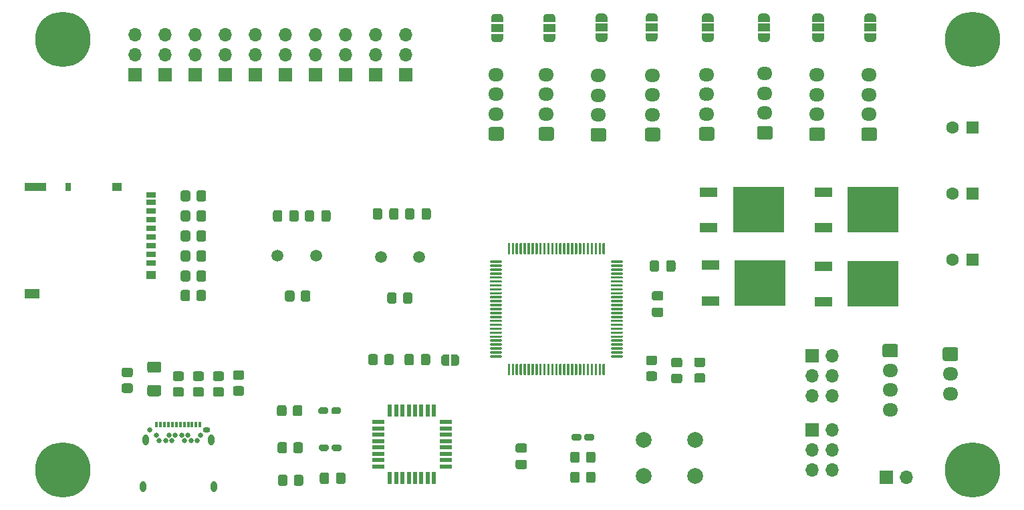
<source format=gbr>
%TF.GenerationSoftware,KiCad,Pcbnew,(5.1.9)-1*%
%TF.CreationDate,2021-03-02T01:46:48-05:00*%
%TF.ProjectId,sailboatController,7361696c-626f-4617-9443-6f6e74726f6c,rev?*%
%TF.SameCoordinates,Original*%
%TF.FileFunction,Soldermask,Top*%
%TF.FilePolarity,Negative*%
%FSLAX46Y46*%
G04 Gerber Fmt 4.6, Leading zero omitted, Abs format (unit mm)*
G04 Created by KiCad (PCBNEW (5.1.9)-1) date 2021-03-02 01:46:48*
%MOMM*%
%LPD*%
G01*
G04 APERTURE LIST*
%ADD10O,1.700000X1.700000*%
%ADD11R,1.700000X1.700000*%
%ADD12C,0.100000*%
%ADD13R,1.500000X1.000000*%
%ADD14C,1.600000*%
%ADD15R,1.600000X1.600000*%
%ADD16C,0.800000*%
%ADD17C,7.000000*%
%ADD18O,1.950000X1.700000*%
%ADD19C,2.000000*%
%ADD20R,6.400000X5.800000*%
%ADD21R,2.200000X1.200000*%
%ADD22R,0.550000X1.600000*%
%ADD23R,1.600000X0.550000*%
%ADD24R,1.900000X1.300000*%
%ADD25R,2.800000X1.000000*%
%ADD26R,0.800000X1.000000*%
%ADD27R,1.200000X1.000000*%
%ADD28R,1.200000X0.700000*%
%ADD29C,0.650000*%
%ADD30O,0.950000X0.650000*%
%ADD31O,0.800000X1.400000*%
%ADD32R,0.300000X0.700000*%
%ADD33C,1.500000*%
G04 APERTURE END LIST*
D10*
%TO.C,J5*%
X114808000Y-49149000D03*
D11*
X112268000Y-49149000D03*
%TD*%
%TO.C,C12*%
G36*
G01*
X83787000Y-26728000D02*
X82837000Y-26728000D01*
G75*
G02*
X82587000Y-26478000I0J250000D01*
G01*
X82587000Y-25803000D01*
G75*
G02*
X82837000Y-25553000I250000J0D01*
G01*
X83787000Y-25553000D01*
G75*
G02*
X84037000Y-25803000I0J-250000D01*
G01*
X84037000Y-26478000D01*
G75*
G02*
X83787000Y-26728000I-250000J0D01*
G01*
G37*
G36*
G01*
X83787000Y-28803000D02*
X82837000Y-28803000D01*
G75*
G02*
X82587000Y-28553000I0J250000D01*
G01*
X82587000Y-27878000D01*
G75*
G02*
X82837000Y-27628000I250000J0D01*
G01*
X83787000Y-27628000D01*
G75*
G02*
X84037000Y-27878000I0J-250000D01*
G01*
X84037000Y-28553000D01*
G75*
G02*
X83787000Y-28803000I-250000J0D01*
G01*
G37*
%TD*%
D12*
%TO.C,JP9*%
G36*
X70346000Y7094000D02*
G01*
X70346000Y6544000D01*
X70345398Y6544000D01*
X70345398Y6519466D01*
X70340588Y6470635D01*
X70331016Y6422510D01*
X70316772Y6375555D01*
X70297995Y6330222D01*
X70274864Y6286949D01*
X70247604Y6246150D01*
X70216476Y6208221D01*
X70181779Y6173524D01*
X70143850Y6142396D01*
X70103051Y6115136D01*
X70059778Y6092005D01*
X70014445Y6073228D01*
X69967490Y6058984D01*
X69919365Y6049412D01*
X69870534Y6044602D01*
X69846000Y6044602D01*
X69846000Y6044000D01*
X69346000Y6044000D01*
X69346000Y6044602D01*
X69321466Y6044602D01*
X69272635Y6049412D01*
X69224510Y6058984D01*
X69177555Y6073228D01*
X69132222Y6092005D01*
X69088949Y6115136D01*
X69048150Y6142396D01*
X69010221Y6173524D01*
X68975524Y6208221D01*
X68944396Y6246150D01*
X68917136Y6286949D01*
X68894005Y6330222D01*
X68875228Y6375555D01*
X68860984Y6422510D01*
X68851412Y6470635D01*
X68846602Y6519466D01*
X68846602Y6544000D01*
X68846000Y6544000D01*
X68846000Y7094000D01*
X70346000Y7094000D01*
G37*
D13*
X69596000Y7844000D03*
D12*
G36*
X68846602Y9144000D02*
G01*
X68846602Y9168534D01*
X68851412Y9217365D01*
X68860984Y9265490D01*
X68875228Y9312445D01*
X68894005Y9357778D01*
X68917136Y9401051D01*
X68944396Y9441850D01*
X68975524Y9479779D01*
X69010221Y9514476D01*
X69048150Y9545604D01*
X69088949Y9572864D01*
X69132222Y9595995D01*
X69177555Y9614772D01*
X69224510Y9629016D01*
X69272635Y9638588D01*
X69321466Y9643398D01*
X69346000Y9643398D01*
X69346000Y9644000D01*
X69846000Y9644000D01*
X69846000Y9643398D01*
X69870534Y9643398D01*
X69919365Y9638588D01*
X69967490Y9629016D01*
X70014445Y9614772D01*
X70059778Y9595995D01*
X70103051Y9572864D01*
X70143850Y9545604D01*
X70181779Y9514476D01*
X70216476Y9479779D01*
X70247604Y9441850D01*
X70274864Y9401051D01*
X70297995Y9357778D01*
X70316772Y9312445D01*
X70331016Y9265490D01*
X70340588Y9217365D01*
X70345398Y9168534D01*
X70345398Y9144000D01*
X70346000Y9144000D01*
X70346000Y8594000D01*
X68846000Y8594000D01*
X68846000Y9144000D01*
X68846602Y9144000D01*
G37*
%TD*%
%TO.C,JP8*%
G36*
X83300000Y7154000D02*
G01*
X83300000Y6604000D01*
X83299398Y6604000D01*
X83299398Y6579466D01*
X83294588Y6530635D01*
X83285016Y6482510D01*
X83270772Y6435555D01*
X83251995Y6390222D01*
X83228864Y6346949D01*
X83201604Y6306150D01*
X83170476Y6268221D01*
X83135779Y6233524D01*
X83097850Y6202396D01*
X83057051Y6175136D01*
X83013778Y6152005D01*
X82968445Y6133228D01*
X82921490Y6118984D01*
X82873365Y6109412D01*
X82824534Y6104602D01*
X82800000Y6104602D01*
X82800000Y6104000D01*
X82300000Y6104000D01*
X82300000Y6104602D01*
X82275466Y6104602D01*
X82226635Y6109412D01*
X82178510Y6118984D01*
X82131555Y6133228D01*
X82086222Y6152005D01*
X82042949Y6175136D01*
X82002150Y6202396D01*
X81964221Y6233524D01*
X81929524Y6268221D01*
X81898396Y6306150D01*
X81871136Y6346949D01*
X81848005Y6390222D01*
X81829228Y6435555D01*
X81814984Y6482510D01*
X81805412Y6530635D01*
X81800602Y6579466D01*
X81800602Y6604000D01*
X81800000Y6604000D01*
X81800000Y7154000D01*
X83300000Y7154000D01*
G37*
D13*
X82550000Y7904000D03*
D12*
G36*
X81800602Y9204000D02*
G01*
X81800602Y9228534D01*
X81805412Y9277365D01*
X81814984Y9325490D01*
X81829228Y9372445D01*
X81848005Y9417778D01*
X81871136Y9461051D01*
X81898396Y9501850D01*
X81929524Y9539779D01*
X81964221Y9574476D01*
X82002150Y9605604D01*
X82042949Y9632864D01*
X82086222Y9655995D01*
X82131555Y9674772D01*
X82178510Y9689016D01*
X82226635Y9698588D01*
X82275466Y9703398D01*
X82300000Y9703398D01*
X82300000Y9704000D01*
X82800000Y9704000D01*
X82800000Y9703398D01*
X82824534Y9703398D01*
X82873365Y9698588D01*
X82921490Y9689016D01*
X82968445Y9674772D01*
X83013778Y9655995D01*
X83057051Y9632864D01*
X83097850Y9605604D01*
X83135779Y9574476D01*
X83170476Y9539779D01*
X83201604Y9501850D01*
X83228864Y9461051D01*
X83251995Y9417778D01*
X83270772Y9372445D01*
X83285016Y9325490D01*
X83294588Y9277365D01*
X83299398Y9228534D01*
X83299398Y9204000D01*
X83300000Y9204000D01*
X83300000Y8654000D01*
X81800000Y8654000D01*
X81800000Y9204000D01*
X81800602Y9204000D01*
G37*
%TD*%
%TO.C,JP7*%
G36*
X110986000Y7124000D02*
G01*
X110986000Y6574000D01*
X110985398Y6574000D01*
X110985398Y6549466D01*
X110980588Y6500635D01*
X110971016Y6452510D01*
X110956772Y6405555D01*
X110937995Y6360222D01*
X110914864Y6316949D01*
X110887604Y6276150D01*
X110856476Y6238221D01*
X110821779Y6203524D01*
X110783850Y6172396D01*
X110743051Y6145136D01*
X110699778Y6122005D01*
X110654445Y6103228D01*
X110607490Y6088984D01*
X110559365Y6079412D01*
X110510534Y6074602D01*
X110486000Y6074602D01*
X110486000Y6074000D01*
X109986000Y6074000D01*
X109986000Y6074602D01*
X109961466Y6074602D01*
X109912635Y6079412D01*
X109864510Y6088984D01*
X109817555Y6103228D01*
X109772222Y6122005D01*
X109728949Y6145136D01*
X109688150Y6172396D01*
X109650221Y6203524D01*
X109615524Y6238221D01*
X109584396Y6276150D01*
X109557136Y6316949D01*
X109534005Y6360222D01*
X109515228Y6405555D01*
X109500984Y6452510D01*
X109491412Y6500635D01*
X109486602Y6549466D01*
X109486602Y6574000D01*
X109486000Y6574000D01*
X109486000Y7124000D01*
X110986000Y7124000D01*
G37*
D13*
X110236000Y7874000D03*
D12*
G36*
X109486602Y9174000D02*
G01*
X109486602Y9198534D01*
X109491412Y9247365D01*
X109500984Y9295490D01*
X109515228Y9342445D01*
X109534005Y9387778D01*
X109557136Y9431051D01*
X109584396Y9471850D01*
X109615524Y9509779D01*
X109650221Y9544476D01*
X109688150Y9575604D01*
X109728949Y9602864D01*
X109772222Y9625995D01*
X109817555Y9644772D01*
X109864510Y9659016D01*
X109912635Y9668588D01*
X109961466Y9673398D01*
X109986000Y9673398D01*
X109986000Y9674000D01*
X110486000Y9674000D01*
X110486000Y9673398D01*
X110510534Y9673398D01*
X110559365Y9668588D01*
X110607490Y9659016D01*
X110654445Y9644772D01*
X110699778Y9625995D01*
X110743051Y9602864D01*
X110783850Y9575604D01*
X110821779Y9544476D01*
X110856476Y9509779D01*
X110887604Y9471850D01*
X110914864Y9431051D01*
X110937995Y9387778D01*
X110956772Y9342445D01*
X110971016Y9295490D01*
X110980588Y9247365D01*
X110985398Y9198534D01*
X110985398Y9174000D01*
X110986000Y9174000D01*
X110986000Y8624000D01*
X109486000Y8624000D01*
X109486000Y9174000D01*
X109486602Y9174000D01*
G37*
%TD*%
%TO.C,JP6*%
G36*
X104382000Y7124000D02*
G01*
X104382000Y6574000D01*
X104381398Y6574000D01*
X104381398Y6549466D01*
X104376588Y6500635D01*
X104367016Y6452510D01*
X104352772Y6405555D01*
X104333995Y6360222D01*
X104310864Y6316949D01*
X104283604Y6276150D01*
X104252476Y6238221D01*
X104217779Y6203524D01*
X104179850Y6172396D01*
X104139051Y6145136D01*
X104095778Y6122005D01*
X104050445Y6103228D01*
X104003490Y6088984D01*
X103955365Y6079412D01*
X103906534Y6074602D01*
X103882000Y6074602D01*
X103882000Y6074000D01*
X103382000Y6074000D01*
X103382000Y6074602D01*
X103357466Y6074602D01*
X103308635Y6079412D01*
X103260510Y6088984D01*
X103213555Y6103228D01*
X103168222Y6122005D01*
X103124949Y6145136D01*
X103084150Y6172396D01*
X103046221Y6203524D01*
X103011524Y6238221D01*
X102980396Y6276150D01*
X102953136Y6316949D01*
X102930005Y6360222D01*
X102911228Y6405555D01*
X102896984Y6452510D01*
X102887412Y6500635D01*
X102882602Y6549466D01*
X102882602Y6574000D01*
X102882000Y6574000D01*
X102882000Y7124000D01*
X104382000Y7124000D01*
G37*
D13*
X103632000Y7874000D03*
D12*
G36*
X102882602Y9174000D02*
G01*
X102882602Y9198534D01*
X102887412Y9247365D01*
X102896984Y9295490D01*
X102911228Y9342445D01*
X102930005Y9387778D01*
X102953136Y9431051D01*
X102980396Y9471850D01*
X103011524Y9509779D01*
X103046221Y9544476D01*
X103084150Y9575604D01*
X103124949Y9602864D01*
X103168222Y9625995D01*
X103213555Y9644772D01*
X103260510Y9659016D01*
X103308635Y9668588D01*
X103357466Y9673398D01*
X103382000Y9673398D01*
X103382000Y9674000D01*
X103882000Y9674000D01*
X103882000Y9673398D01*
X103906534Y9673398D01*
X103955365Y9668588D01*
X104003490Y9659016D01*
X104050445Y9644772D01*
X104095778Y9625995D01*
X104139051Y9602864D01*
X104179850Y9575604D01*
X104217779Y9544476D01*
X104252476Y9509779D01*
X104283604Y9471850D01*
X104310864Y9431051D01*
X104333995Y9387778D01*
X104352772Y9342445D01*
X104367016Y9295490D01*
X104376588Y9247365D01*
X104381398Y9198534D01*
X104381398Y9174000D01*
X104382000Y9174000D01*
X104382000Y8624000D01*
X102882000Y8624000D01*
X102882000Y9174000D01*
X102882602Y9174000D01*
G37*
%TD*%
%TO.C,JP5*%
G36*
X63742000Y7094000D02*
G01*
X63742000Y6544000D01*
X63741398Y6544000D01*
X63741398Y6519466D01*
X63736588Y6470635D01*
X63727016Y6422510D01*
X63712772Y6375555D01*
X63693995Y6330222D01*
X63670864Y6286949D01*
X63643604Y6246150D01*
X63612476Y6208221D01*
X63577779Y6173524D01*
X63539850Y6142396D01*
X63499051Y6115136D01*
X63455778Y6092005D01*
X63410445Y6073228D01*
X63363490Y6058984D01*
X63315365Y6049412D01*
X63266534Y6044602D01*
X63242000Y6044602D01*
X63242000Y6044000D01*
X62742000Y6044000D01*
X62742000Y6044602D01*
X62717466Y6044602D01*
X62668635Y6049412D01*
X62620510Y6058984D01*
X62573555Y6073228D01*
X62528222Y6092005D01*
X62484949Y6115136D01*
X62444150Y6142396D01*
X62406221Y6173524D01*
X62371524Y6208221D01*
X62340396Y6246150D01*
X62313136Y6286949D01*
X62290005Y6330222D01*
X62271228Y6375555D01*
X62256984Y6422510D01*
X62247412Y6470635D01*
X62242602Y6519466D01*
X62242602Y6544000D01*
X62242000Y6544000D01*
X62242000Y7094000D01*
X63742000Y7094000D01*
G37*
D13*
X62992000Y7844000D03*
D12*
G36*
X62242602Y9144000D02*
G01*
X62242602Y9168534D01*
X62247412Y9217365D01*
X62256984Y9265490D01*
X62271228Y9312445D01*
X62290005Y9357778D01*
X62313136Y9401051D01*
X62340396Y9441850D01*
X62371524Y9479779D01*
X62406221Y9514476D01*
X62444150Y9545604D01*
X62484949Y9572864D01*
X62528222Y9595995D01*
X62573555Y9614772D01*
X62620510Y9629016D01*
X62668635Y9638588D01*
X62717466Y9643398D01*
X62742000Y9643398D01*
X62742000Y9644000D01*
X63242000Y9644000D01*
X63242000Y9643398D01*
X63266534Y9643398D01*
X63315365Y9638588D01*
X63363490Y9629016D01*
X63410445Y9614772D01*
X63455778Y9595995D01*
X63499051Y9572864D01*
X63539850Y9545604D01*
X63577779Y9514476D01*
X63612476Y9479779D01*
X63643604Y9441850D01*
X63670864Y9401051D01*
X63693995Y9357778D01*
X63712772Y9312445D01*
X63727016Y9265490D01*
X63736588Y9217365D01*
X63741398Y9168534D01*
X63741398Y9144000D01*
X63742000Y9144000D01*
X63742000Y8594000D01*
X62242000Y8594000D01*
X62242000Y9144000D01*
X62242602Y9144000D01*
G37*
%TD*%
D14*
%TO.C,Cb3*%
X120690000Y-21590000D03*
D15*
X123190000Y-21590000D03*
%TD*%
D14*
%TO.C,Cb2*%
X120690000Y-13208000D03*
D15*
X123190000Y-13208000D03*
%TD*%
D14*
%TO.C,Cb1*%
X120690000Y-4826000D03*
D15*
X123190000Y-4826000D03*
%TD*%
D16*
%TO.C,H4*%
X125046155Y8206155D03*
X123190000Y8975000D03*
X121333845Y8206155D03*
X120565000Y6350000D03*
X121333845Y4493845D03*
X123190000Y3725000D03*
X125046155Y4493845D03*
X125815000Y6350000D03*
D17*
X123190000Y6350000D03*
%TD*%
D16*
%TO.C,H3*%
X9857155Y8206155D03*
X8001000Y8975000D03*
X6144845Y8206155D03*
X5376000Y6350000D03*
X6144845Y4493845D03*
X8001000Y3725000D03*
X9857155Y4493845D03*
X10626000Y6350000D03*
D17*
X8001000Y6350000D03*
%TD*%
D16*
%TO.C,H2*%
X9857155Y-46403845D03*
X8001000Y-45635000D03*
X6144845Y-46403845D03*
X5376000Y-48260000D03*
X6144845Y-50116155D03*
X8001000Y-50885000D03*
X9857155Y-50116155D03*
X10626000Y-48260000D03*
D17*
X8001000Y-48260000D03*
%TD*%
D16*
%TO.C,H1*%
X125046155Y-46403845D03*
X123190000Y-45635000D03*
X121333845Y-46403845D03*
X120565000Y-48260000D03*
X121333845Y-50116155D03*
X123190000Y-50885000D03*
X125046155Y-50116155D03*
X125815000Y-48260000D03*
D17*
X123190000Y-48260000D03*
%TD*%
D18*
%TO.C,Windvane1*%
X89535000Y1912000D03*
X89535000Y-588000D03*
X89535000Y-3088000D03*
G36*
G01*
X90260000Y-6438000D02*
X88810000Y-6438000D01*
G75*
G02*
X88560000Y-6188000I0J250000D01*
G01*
X88560000Y-4988000D01*
G75*
G02*
X88810000Y-4738000I250000J0D01*
G01*
X90260000Y-4738000D01*
G75*
G02*
X90510000Y-4988000I0J-250000D01*
G01*
X90510000Y-6188000D01*
G75*
G02*
X90260000Y-6438000I-250000J0D01*
G01*
G37*
%TD*%
%TO.C,Transceiver1*%
X82677000Y1825000D03*
X82677000Y-675000D03*
X82677000Y-3175000D03*
G36*
G01*
X83402000Y-6525000D02*
X81952000Y-6525000D01*
G75*
G02*
X81702000Y-6275000I0J250000D01*
G01*
X81702000Y-5075000D01*
G75*
G02*
X81952000Y-4825000I250000J0D01*
G01*
X83402000Y-4825000D01*
G75*
G02*
X83652000Y-5075000I0J-250000D01*
G01*
X83652000Y-6275000D01*
G75*
G02*
X83402000Y-6525000I-250000J0D01*
G01*
G37*
%TD*%
%TO.C,GPS1*%
X62865000Y1912000D03*
X62865000Y-588000D03*
X62865000Y-3088000D03*
G36*
G01*
X63590000Y-6438000D02*
X62140000Y-6438000D01*
G75*
G02*
X61890000Y-6188000I0J250000D01*
G01*
X61890000Y-4988000D01*
G75*
G02*
X62140000Y-4738000I250000J0D01*
G01*
X63590000Y-4738000D01*
G75*
G02*
X63840000Y-4988000I0J-250000D01*
G01*
X63840000Y-6188000D01*
G75*
G02*
X63590000Y-6438000I-250000J0D01*
G01*
G37*
%TD*%
%TO.C,extraSerial1*%
X75819000Y1785000D03*
X75819000Y-715000D03*
X75819000Y-3215000D03*
G36*
G01*
X76544000Y-6565000D02*
X75094000Y-6565000D01*
G75*
G02*
X74844000Y-6315000I0J250000D01*
G01*
X74844000Y-5115000D01*
G75*
G02*
X75094000Y-4865000I250000J0D01*
G01*
X76544000Y-4865000D01*
G75*
G02*
X76794000Y-5115000I0J-250000D01*
G01*
X76794000Y-6315000D01*
G75*
G02*
X76544000Y-6565000I-250000J0D01*
G01*
G37*
%TD*%
%TO.C,Extra2*%
X110109000Y1865000D03*
X110109000Y-635000D03*
X110109000Y-3135000D03*
G36*
G01*
X110834000Y-6485000D02*
X109384000Y-6485000D01*
G75*
G02*
X109134000Y-6235000I0J250000D01*
G01*
X109134000Y-5035000D01*
G75*
G02*
X109384000Y-4785000I250000J0D01*
G01*
X110834000Y-4785000D01*
G75*
G02*
X111084000Y-5035000I0J-250000D01*
G01*
X111084000Y-6235000D01*
G75*
G02*
X110834000Y-6485000I-250000J0D01*
G01*
G37*
%TD*%
%TO.C,Extra1*%
X103505000Y1865000D03*
X103505000Y-635000D03*
X103505000Y-3135000D03*
G36*
G01*
X104230000Y-6485000D02*
X102780000Y-6485000D01*
G75*
G02*
X102530000Y-6235000I0J250000D01*
G01*
X102530000Y-5035000D01*
G75*
G02*
X102780000Y-4785000I250000J0D01*
G01*
X104230000Y-4785000D01*
G75*
G02*
X104480000Y-5035000I0J-250000D01*
G01*
X104480000Y-6235000D01*
G75*
G02*
X104230000Y-6485000I-250000J0D01*
G01*
G37*
%TD*%
%TO.C,BNO55*%
X69215000Y1912000D03*
X69215000Y-588000D03*
X69215000Y-3088000D03*
G36*
G01*
X69940000Y-6438000D02*
X68490000Y-6438000D01*
G75*
G02*
X68240000Y-6188000I0J250000D01*
G01*
X68240000Y-4988000D01*
G75*
G02*
X68490000Y-4738000I250000J0D01*
G01*
X69940000Y-4738000D01*
G75*
G02*
X70190000Y-4988000I0J-250000D01*
G01*
X70190000Y-6188000D01*
G75*
G02*
X69940000Y-6438000I-250000J0D01*
G01*
G37*
%TD*%
%TO.C,Anemometer1*%
X96901000Y2039000D03*
X96901000Y-461000D03*
X96901000Y-2961000D03*
G36*
G01*
X97626000Y-6311000D02*
X96176000Y-6311000D01*
G75*
G02*
X95926000Y-6061000I0J250000D01*
G01*
X95926000Y-4861000D01*
G75*
G02*
X96176000Y-4611000I250000J0D01*
G01*
X97626000Y-4611000D01*
G75*
G02*
X97876000Y-4861000I0J-250000D01*
G01*
X97876000Y-6061000D01*
G75*
G02*
X97626000Y-6311000I-250000J0D01*
G01*
G37*
%TD*%
%TO.C,3S_battery_pin1*%
X112776000Y-40600000D03*
X112776000Y-38100000D03*
X112776000Y-35600000D03*
G36*
G01*
X112051000Y-32250000D02*
X113501000Y-32250000D01*
G75*
G02*
X113751000Y-32500000I0J-250000D01*
G01*
X113751000Y-33700000D01*
G75*
G02*
X113501000Y-33950000I-250000J0D01*
G01*
X112051000Y-33950000D01*
G75*
G02*
X111801000Y-33700000I0J250000D01*
G01*
X111801000Y-32500000D01*
G75*
G02*
X112051000Y-32250000I250000J0D01*
G01*
G37*
%TD*%
%TO.C,2s_battery_pin1*%
X120396000Y-38528000D03*
X120396000Y-36028000D03*
G36*
G01*
X119671000Y-32678000D02*
X121121000Y-32678000D01*
G75*
G02*
X121371000Y-32928000I0J-250000D01*
G01*
X121371000Y-34128000D01*
G75*
G02*
X121121000Y-34378000I-250000J0D01*
G01*
X119671000Y-34378000D01*
G75*
G02*
X119421000Y-34128000I0J250000D01*
G01*
X119421000Y-32928000D01*
G75*
G02*
X119671000Y-32678000I250000J0D01*
G01*
G37*
%TD*%
%TO.C,C3*%
G36*
G01*
X66515000Y-48107000D02*
X65565000Y-48107000D01*
G75*
G02*
X65315000Y-47857000I0J250000D01*
G01*
X65315000Y-47182000D01*
G75*
G02*
X65565000Y-46932000I250000J0D01*
G01*
X66515000Y-46932000D01*
G75*
G02*
X66765000Y-47182000I0J-250000D01*
G01*
X66765000Y-47857000D01*
G75*
G02*
X66515000Y-48107000I-250000J0D01*
G01*
G37*
G36*
G01*
X66515000Y-46032000D02*
X65565000Y-46032000D01*
G75*
G02*
X65315000Y-45782000I0J250000D01*
G01*
X65315000Y-45107000D01*
G75*
G02*
X65565000Y-44857000I250000J0D01*
G01*
X66515000Y-44857000D01*
G75*
G02*
X66765000Y-45107000I0J-250000D01*
G01*
X66765000Y-45782000D01*
G75*
G02*
X66515000Y-46032000I-250000J0D01*
G01*
G37*
%TD*%
D19*
%TO.C,SW1*%
X88034000Y-44450000D03*
X88034000Y-48950000D03*
X81534000Y-44450000D03*
X81534000Y-48950000D03*
%TD*%
D20*
%TO.C,U7*%
X96080000Y-15239000D03*
D21*
X89780000Y-17519000D03*
X89780000Y-12959000D03*
%TD*%
D20*
%TO.C,U6*%
X96299000Y-24512000D03*
D21*
X89999000Y-26792000D03*
X89999000Y-22232000D03*
%TD*%
D20*
%TO.C,U5*%
X110593000Y-15239000D03*
D21*
X104293000Y-17519000D03*
X104293000Y-12959000D03*
%TD*%
%TO.C,U4*%
G36*
G01*
X77485000Y-21663000D02*
X78810000Y-21663000D01*
G75*
G02*
X78885000Y-21738000I0J-75000D01*
G01*
X78885000Y-21888000D01*
G75*
G02*
X78810000Y-21963000I-75000J0D01*
G01*
X77485000Y-21963000D01*
G75*
G02*
X77410000Y-21888000I0J75000D01*
G01*
X77410000Y-21738000D01*
G75*
G02*
X77485000Y-21663000I75000J0D01*
G01*
G37*
G36*
G01*
X77485000Y-22163000D02*
X78810000Y-22163000D01*
G75*
G02*
X78885000Y-22238000I0J-75000D01*
G01*
X78885000Y-22388000D01*
G75*
G02*
X78810000Y-22463000I-75000J0D01*
G01*
X77485000Y-22463000D01*
G75*
G02*
X77410000Y-22388000I0J75000D01*
G01*
X77410000Y-22238000D01*
G75*
G02*
X77485000Y-22163000I75000J0D01*
G01*
G37*
G36*
G01*
X77485000Y-22663000D02*
X78810000Y-22663000D01*
G75*
G02*
X78885000Y-22738000I0J-75000D01*
G01*
X78885000Y-22888000D01*
G75*
G02*
X78810000Y-22963000I-75000J0D01*
G01*
X77485000Y-22963000D01*
G75*
G02*
X77410000Y-22888000I0J75000D01*
G01*
X77410000Y-22738000D01*
G75*
G02*
X77485000Y-22663000I75000J0D01*
G01*
G37*
G36*
G01*
X77485000Y-23163000D02*
X78810000Y-23163000D01*
G75*
G02*
X78885000Y-23238000I0J-75000D01*
G01*
X78885000Y-23388000D01*
G75*
G02*
X78810000Y-23463000I-75000J0D01*
G01*
X77485000Y-23463000D01*
G75*
G02*
X77410000Y-23388000I0J75000D01*
G01*
X77410000Y-23238000D01*
G75*
G02*
X77485000Y-23163000I75000J0D01*
G01*
G37*
G36*
G01*
X77485000Y-23663000D02*
X78810000Y-23663000D01*
G75*
G02*
X78885000Y-23738000I0J-75000D01*
G01*
X78885000Y-23888000D01*
G75*
G02*
X78810000Y-23963000I-75000J0D01*
G01*
X77485000Y-23963000D01*
G75*
G02*
X77410000Y-23888000I0J75000D01*
G01*
X77410000Y-23738000D01*
G75*
G02*
X77485000Y-23663000I75000J0D01*
G01*
G37*
G36*
G01*
X77485000Y-24163000D02*
X78810000Y-24163000D01*
G75*
G02*
X78885000Y-24238000I0J-75000D01*
G01*
X78885000Y-24388000D01*
G75*
G02*
X78810000Y-24463000I-75000J0D01*
G01*
X77485000Y-24463000D01*
G75*
G02*
X77410000Y-24388000I0J75000D01*
G01*
X77410000Y-24238000D01*
G75*
G02*
X77485000Y-24163000I75000J0D01*
G01*
G37*
G36*
G01*
X77485000Y-24663000D02*
X78810000Y-24663000D01*
G75*
G02*
X78885000Y-24738000I0J-75000D01*
G01*
X78885000Y-24888000D01*
G75*
G02*
X78810000Y-24963000I-75000J0D01*
G01*
X77485000Y-24963000D01*
G75*
G02*
X77410000Y-24888000I0J75000D01*
G01*
X77410000Y-24738000D01*
G75*
G02*
X77485000Y-24663000I75000J0D01*
G01*
G37*
G36*
G01*
X77485000Y-25163000D02*
X78810000Y-25163000D01*
G75*
G02*
X78885000Y-25238000I0J-75000D01*
G01*
X78885000Y-25388000D01*
G75*
G02*
X78810000Y-25463000I-75000J0D01*
G01*
X77485000Y-25463000D01*
G75*
G02*
X77410000Y-25388000I0J75000D01*
G01*
X77410000Y-25238000D01*
G75*
G02*
X77485000Y-25163000I75000J0D01*
G01*
G37*
G36*
G01*
X77485000Y-25663000D02*
X78810000Y-25663000D01*
G75*
G02*
X78885000Y-25738000I0J-75000D01*
G01*
X78885000Y-25888000D01*
G75*
G02*
X78810000Y-25963000I-75000J0D01*
G01*
X77485000Y-25963000D01*
G75*
G02*
X77410000Y-25888000I0J75000D01*
G01*
X77410000Y-25738000D01*
G75*
G02*
X77485000Y-25663000I75000J0D01*
G01*
G37*
G36*
G01*
X77485000Y-26163000D02*
X78810000Y-26163000D01*
G75*
G02*
X78885000Y-26238000I0J-75000D01*
G01*
X78885000Y-26388000D01*
G75*
G02*
X78810000Y-26463000I-75000J0D01*
G01*
X77485000Y-26463000D01*
G75*
G02*
X77410000Y-26388000I0J75000D01*
G01*
X77410000Y-26238000D01*
G75*
G02*
X77485000Y-26163000I75000J0D01*
G01*
G37*
G36*
G01*
X77485000Y-26663000D02*
X78810000Y-26663000D01*
G75*
G02*
X78885000Y-26738000I0J-75000D01*
G01*
X78885000Y-26888000D01*
G75*
G02*
X78810000Y-26963000I-75000J0D01*
G01*
X77485000Y-26963000D01*
G75*
G02*
X77410000Y-26888000I0J75000D01*
G01*
X77410000Y-26738000D01*
G75*
G02*
X77485000Y-26663000I75000J0D01*
G01*
G37*
G36*
G01*
X77485000Y-27163000D02*
X78810000Y-27163000D01*
G75*
G02*
X78885000Y-27238000I0J-75000D01*
G01*
X78885000Y-27388000D01*
G75*
G02*
X78810000Y-27463000I-75000J0D01*
G01*
X77485000Y-27463000D01*
G75*
G02*
X77410000Y-27388000I0J75000D01*
G01*
X77410000Y-27238000D01*
G75*
G02*
X77485000Y-27163000I75000J0D01*
G01*
G37*
G36*
G01*
X77485000Y-27663000D02*
X78810000Y-27663000D01*
G75*
G02*
X78885000Y-27738000I0J-75000D01*
G01*
X78885000Y-27888000D01*
G75*
G02*
X78810000Y-27963000I-75000J0D01*
G01*
X77485000Y-27963000D01*
G75*
G02*
X77410000Y-27888000I0J75000D01*
G01*
X77410000Y-27738000D01*
G75*
G02*
X77485000Y-27663000I75000J0D01*
G01*
G37*
G36*
G01*
X77485000Y-28163000D02*
X78810000Y-28163000D01*
G75*
G02*
X78885000Y-28238000I0J-75000D01*
G01*
X78885000Y-28388000D01*
G75*
G02*
X78810000Y-28463000I-75000J0D01*
G01*
X77485000Y-28463000D01*
G75*
G02*
X77410000Y-28388000I0J75000D01*
G01*
X77410000Y-28238000D01*
G75*
G02*
X77485000Y-28163000I75000J0D01*
G01*
G37*
G36*
G01*
X77485000Y-28663000D02*
X78810000Y-28663000D01*
G75*
G02*
X78885000Y-28738000I0J-75000D01*
G01*
X78885000Y-28888000D01*
G75*
G02*
X78810000Y-28963000I-75000J0D01*
G01*
X77485000Y-28963000D01*
G75*
G02*
X77410000Y-28888000I0J75000D01*
G01*
X77410000Y-28738000D01*
G75*
G02*
X77485000Y-28663000I75000J0D01*
G01*
G37*
G36*
G01*
X77485000Y-29163000D02*
X78810000Y-29163000D01*
G75*
G02*
X78885000Y-29238000I0J-75000D01*
G01*
X78885000Y-29388000D01*
G75*
G02*
X78810000Y-29463000I-75000J0D01*
G01*
X77485000Y-29463000D01*
G75*
G02*
X77410000Y-29388000I0J75000D01*
G01*
X77410000Y-29238000D01*
G75*
G02*
X77485000Y-29163000I75000J0D01*
G01*
G37*
G36*
G01*
X77485000Y-29663000D02*
X78810000Y-29663000D01*
G75*
G02*
X78885000Y-29738000I0J-75000D01*
G01*
X78885000Y-29888000D01*
G75*
G02*
X78810000Y-29963000I-75000J0D01*
G01*
X77485000Y-29963000D01*
G75*
G02*
X77410000Y-29888000I0J75000D01*
G01*
X77410000Y-29738000D01*
G75*
G02*
X77485000Y-29663000I75000J0D01*
G01*
G37*
G36*
G01*
X77485000Y-30163000D02*
X78810000Y-30163000D01*
G75*
G02*
X78885000Y-30238000I0J-75000D01*
G01*
X78885000Y-30388000D01*
G75*
G02*
X78810000Y-30463000I-75000J0D01*
G01*
X77485000Y-30463000D01*
G75*
G02*
X77410000Y-30388000I0J75000D01*
G01*
X77410000Y-30238000D01*
G75*
G02*
X77485000Y-30163000I75000J0D01*
G01*
G37*
G36*
G01*
X77485000Y-30663000D02*
X78810000Y-30663000D01*
G75*
G02*
X78885000Y-30738000I0J-75000D01*
G01*
X78885000Y-30888000D01*
G75*
G02*
X78810000Y-30963000I-75000J0D01*
G01*
X77485000Y-30963000D01*
G75*
G02*
X77410000Y-30888000I0J75000D01*
G01*
X77410000Y-30738000D01*
G75*
G02*
X77485000Y-30663000I75000J0D01*
G01*
G37*
G36*
G01*
X77485000Y-31163000D02*
X78810000Y-31163000D01*
G75*
G02*
X78885000Y-31238000I0J-75000D01*
G01*
X78885000Y-31388000D01*
G75*
G02*
X78810000Y-31463000I-75000J0D01*
G01*
X77485000Y-31463000D01*
G75*
G02*
X77410000Y-31388000I0J75000D01*
G01*
X77410000Y-31238000D01*
G75*
G02*
X77485000Y-31163000I75000J0D01*
G01*
G37*
G36*
G01*
X77485000Y-31663000D02*
X78810000Y-31663000D01*
G75*
G02*
X78885000Y-31738000I0J-75000D01*
G01*
X78885000Y-31888000D01*
G75*
G02*
X78810000Y-31963000I-75000J0D01*
G01*
X77485000Y-31963000D01*
G75*
G02*
X77410000Y-31888000I0J75000D01*
G01*
X77410000Y-31738000D01*
G75*
G02*
X77485000Y-31663000I75000J0D01*
G01*
G37*
G36*
G01*
X77485000Y-32163000D02*
X78810000Y-32163000D01*
G75*
G02*
X78885000Y-32238000I0J-75000D01*
G01*
X78885000Y-32388000D01*
G75*
G02*
X78810000Y-32463000I-75000J0D01*
G01*
X77485000Y-32463000D01*
G75*
G02*
X77410000Y-32388000I0J75000D01*
G01*
X77410000Y-32238000D01*
G75*
G02*
X77485000Y-32163000I75000J0D01*
G01*
G37*
G36*
G01*
X77485000Y-32663000D02*
X78810000Y-32663000D01*
G75*
G02*
X78885000Y-32738000I0J-75000D01*
G01*
X78885000Y-32888000D01*
G75*
G02*
X78810000Y-32963000I-75000J0D01*
G01*
X77485000Y-32963000D01*
G75*
G02*
X77410000Y-32888000I0J75000D01*
G01*
X77410000Y-32738000D01*
G75*
G02*
X77485000Y-32663000I75000J0D01*
G01*
G37*
G36*
G01*
X77485000Y-33163000D02*
X78810000Y-33163000D01*
G75*
G02*
X78885000Y-33238000I0J-75000D01*
G01*
X78885000Y-33388000D01*
G75*
G02*
X78810000Y-33463000I-75000J0D01*
G01*
X77485000Y-33463000D01*
G75*
G02*
X77410000Y-33388000I0J75000D01*
G01*
X77410000Y-33238000D01*
G75*
G02*
X77485000Y-33163000I75000J0D01*
G01*
G37*
G36*
G01*
X77485000Y-33663000D02*
X78810000Y-33663000D01*
G75*
G02*
X78885000Y-33738000I0J-75000D01*
G01*
X78885000Y-33888000D01*
G75*
G02*
X78810000Y-33963000I-75000J0D01*
G01*
X77485000Y-33963000D01*
G75*
G02*
X77410000Y-33888000I0J75000D01*
G01*
X77410000Y-33738000D01*
G75*
G02*
X77485000Y-33663000I75000J0D01*
G01*
G37*
G36*
G01*
X76410000Y-34738000D02*
X76560000Y-34738000D01*
G75*
G02*
X76635000Y-34813000I0J-75000D01*
G01*
X76635000Y-36138000D01*
G75*
G02*
X76560000Y-36213000I-75000J0D01*
G01*
X76410000Y-36213000D01*
G75*
G02*
X76335000Y-36138000I0J75000D01*
G01*
X76335000Y-34813000D01*
G75*
G02*
X76410000Y-34738000I75000J0D01*
G01*
G37*
G36*
G01*
X75910000Y-34738000D02*
X76060000Y-34738000D01*
G75*
G02*
X76135000Y-34813000I0J-75000D01*
G01*
X76135000Y-36138000D01*
G75*
G02*
X76060000Y-36213000I-75000J0D01*
G01*
X75910000Y-36213000D01*
G75*
G02*
X75835000Y-36138000I0J75000D01*
G01*
X75835000Y-34813000D01*
G75*
G02*
X75910000Y-34738000I75000J0D01*
G01*
G37*
G36*
G01*
X75410000Y-34738000D02*
X75560000Y-34738000D01*
G75*
G02*
X75635000Y-34813000I0J-75000D01*
G01*
X75635000Y-36138000D01*
G75*
G02*
X75560000Y-36213000I-75000J0D01*
G01*
X75410000Y-36213000D01*
G75*
G02*
X75335000Y-36138000I0J75000D01*
G01*
X75335000Y-34813000D01*
G75*
G02*
X75410000Y-34738000I75000J0D01*
G01*
G37*
G36*
G01*
X74910000Y-34738000D02*
X75060000Y-34738000D01*
G75*
G02*
X75135000Y-34813000I0J-75000D01*
G01*
X75135000Y-36138000D01*
G75*
G02*
X75060000Y-36213000I-75000J0D01*
G01*
X74910000Y-36213000D01*
G75*
G02*
X74835000Y-36138000I0J75000D01*
G01*
X74835000Y-34813000D01*
G75*
G02*
X74910000Y-34738000I75000J0D01*
G01*
G37*
G36*
G01*
X74410000Y-34738000D02*
X74560000Y-34738000D01*
G75*
G02*
X74635000Y-34813000I0J-75000D01*
G01*
X74635000Y-36138000D01*
G75*
G02*
X74560000Y-36213000I-75000J0D01*
G01*
X74410000Y-36213000D01*
G75*
G02*
X74335000Y-36138000I0J75000D01*
G01*
X74335000Y-34813000D01*
G75*
G02*
X74410000Y-34738000I75000J0D01*
G01*
G37*
G36*
G01*
X73910000Y-34738000D02*
X74060000Y-34738000D01*
G75*
G02*
X74135000Y-34813000I0J-75000D01*
G01*
X74135000Y-36138000D01*
G75*
G02*
X74060000Y-36213000I-75000J0D01*
G01*
X73910000Y-36213000D01*
G75*
G02*
X73835000Y-36138000I0J75000D01*
G01*
X73835000Y-34813000D01*
G75*
G02*
X73910000Y-34738000I75000J0D01*
G01*
G37*
G36*
G01*
X73410000Y-34738000D02*
X73560000Y-34738000D01*
G75*
G02*
X73635000Y-34813000I0J-75000D01*
G01*
X73635000Y-36138000D01*
G75*
G02*
X73560000Y-36213000I-75000J0D01*
G01*
X73410000Y-36213000D01*
G75*
G02*
X73335000Y-36138000I0J75000D01*
G01*
X73335000Y-34813000D01*
G75*
G02*
X73410000Y-34738000I75000J0D01*
G01*
G37*
G36*
G01*
X72910000Y-34738000D02*
X73060000Y-34738000D01*
G75*
G02*
X73135000Y-34813000I0J-75000D01*
G01*
X73135000Y-36138000D01*
G75*
G02*
X73060000Y-36213000I-75000J0D01*
G01*
X72910000Y-36213000D01*
G75*
G02*
X72835000Y-36138000I0J75000D01*
G01*
X72835000Y-34813000D01*
G75*
G02*
X72910000Y-34738000I75000J0D01*
G01*
G37*
G36*
G01*
X72410000Y-34738000D02*
X72560000Y-34738000D01*
G75*
G02*
X72635000Y-34813000I0J-75000D01*
G01*
X72635000Y-36138000D01*
G75*
G02*
X72560000Y-36213000I-75000J0D01*
G01*
X72410000Y-36213000D01*
G75*
G02*
X72335000Y-36138000I0J75000D01*
G01*
X72335000Y-34813000D01*
G75*
G02*
X72410000Y-34738000I75000J0D01*
G01*
G37*
G36*
G01*
X71910000Y-34738000D02*
X72060000Y-34738000D01*
G75*
G02*
X72135000Y-34813000I0J-75000D01*
G01*
X72135000Y-36138000D01*
G75*
G02*
X72060000Y-36213000I-75000J0D01*
G01*
X71910000Y-36213000D01*
G75*
G02*
X71835000Y-36138000I0J75000D01*
G01*
X71835000Y-34813000D01*
G75*
G02*
X71910000Y-34738000I75000J0D01*
G01*
G37*
G36*
G01*
X71410000Y-34738000D02*
X71560000Y-34738000D01*
G75*
G02*
X71635000Y-34813000I0J-75000D01*
G01*
X71635000Y-36138000D01*
G75*
G02*
X71560000Y-36213000I-75000J0D01*
G01*
X71410000Y-36213000D01*
G75*
G02*
X71335000Y-36138000I0J75000D01*
G01*
X71335000Y-34813000D01*
G75*
G02*
X71410000Y-34738000I75000J0D01*
G01*
G37*
G36*
G01*
X70910000Y-34738000D02*
X71060000Y-34738000D01*
G75*
G02*
X71135000Y-34813000I0J-75000D01*
G01*
X71135000Y-36138000D01*
G75*
G02*
X71060000Y-36213000I-75000J0D01*
G01*
X70910000Y-36213000D01*
G75*
G02*
X70835000Y-36138000I0J75000D01*
G01*
X70835000Y-34813000D01*
G75*
G02*
X70910000Y-34738000I75000J0D01*
G01*
G37*
G36*
G01*
X70410000Y-34738000D02*
X70560000Y-34738000D01*
G75*
G02*
X70635000Y-34813000I0J-75000D01*
G01*
X70635000Y-36138000D01*
G75*
G02*
X70560000Y-36213000I-75000J0D01*
G01*
X70410000Y-36213000D01*
G75*
G02*
X70335000Y-36138000I0J75000D01*
G01*
X70335000Y-34813000D01*
G75*
G02*
X70410000Y-34738000I75000J0D01*
G01*
G37*
G36*
G01*
X69910000Y-34738000D02*
X70060000Y-34738000D01*
G75*
G02*
X70135000Y-34813000I0J-75000D01*
G01*
X70135000Y-36138000D01*
G75*
G02*
X70060000Y-36213000I-75000J0D01*
G01*
X69910000Y-36213000D01*
G75*
G02*
X69835000Y-36138000I0J75000D01*
G01*
X69835000Y-34813000D01*
G75*
G02*
X69910000Y-34738000I75000J0D01*
G01*
G37*
G36*
G01*
X69410000Y-34738000D02*
X69560000Y-34738000D01*
G75*
G02*
X69635000Y-34813000I0J-75000D01*
G01*
X69635000Y-36138000D01*
G75*
G02*
X69560000Y-36213000I-75000J0D01*
G01*
X69410000Y-36213000D01*
G75*
G02*
X69335000Y-36138000I0J75000D01*
G01*
X69335000Y-34813000D01*
G75*
G02*
X69410000Y-34738000I75000J0D01*
G01*
G37*
G36*
G01*
X68910000Y-34738000D02*
X69060000Y-34738000D01*
G75*
G02*
X69135000Y-34813000I0J-75000D01*
G01*
X69135000Y-36138000D01*
G75*
G02*
X69060000Y-36213000I-75000J0D01*
G01*
X68910000Y-36213000D01*
G75*
G02*
X68835000Y-36138000I0J75000D01*
G01*
X68835000Y-34813000D01*
G75*
G02*
X68910000Y-34738000I75000J0D01*
G01*
G37*
G36*
G01*
X68410000Y-34738000D02*
X68560000Y-34738000D01*
G75*
G02*
X68635000Y-34813000I0J-75000D01*
G01*
X68635000Y-36138000D01*
G75*
G02*
X68560000Y-36213000I-75000J0D01*
G01*
X68410000Y-36213000D01*
G75*
G02*
X68335000Y-36138000I0J75000D01*
G01*
X68335000Y-34813000D01*
G75*
G02*
X68410000Y-34738000I75000J0D01*
G01*
G37*
G36*
G01*
X67910000Y-34738000D02*
X68060000Y-34738000D01*
G75*
G02*
X68135000Y-34813000I0J-75000D01*
G01*
X68135000Y-36138000D01*
G75*
G02*
X68060000Y-36213000I-75000J0D01*
G01*
X67910000Y-36213000D01*
G75*
G02*
X67835000Y-36138000I0J75000D01*
G01*
X67835000Y-34813000D01*
G75*
G02*
X67910000Y-34738000I75000J0D01*
G01*
G37*
G36*
G01*
X67410000Y-34738000D02*
X67560000Y-34738000D01*
G75*
G02*
X67635000Y-34813000I0J-75000D01*
G01*
X67635000Y-36138000D01*
G75*
G02*
X67560000Y-36213000I-75000J0D01*
G01*
X67410000Y-36213000D01*
G75*
G02*
X67335000Y-36138000I0J75000D01*
G01*
X67335000Y-34813000D01*
G75*
G02*
X67410000Y-34738000I75000J0D01*
G01*
G37*
G36*
G01*
X66910000Y-34738000D02*
X67060000Y-34738000D01*
G75*
G02*
X67135000Y-34813000I0J-75000D01*
G01*
X67135000Y-36138000D01*
G75*
G02*
X67060000Y-36213000I-75000J0D01*
G01*
X66910000Y-36213000D01*
G75*
G02*
X66835000Y-36138000I0J75000D01*
G01*
X66835000Y-34813000D01*
G75*
G02*
X66910000Y-34738000I75000J0D01*
G01*
G37*
G36*
G01*
X66410000Y-34738000D02*
X66560000Y-34738000D01*
G75*
G02*
X66635000Y-34813000I0J-75000D01*
G01*
X66635000Y-36138000D01*
G75*
G02*
X66560000Y-36213000I-75000J0D01*
G01*
X66410000Y-36213000D01*
G75*
G02*
X66335000Y-36138000I0J75000D01*
G01*
X66335000Y-34813000D01*
G75*
G02*
X66410000Y-34738000I75000J0D01*
G01*
G37*
G36*
G01*
X65910000Y-34738000D02*
X66060000Y-34738000D01*
G75*
G02*
X66135000Y-34813000I0J-75000D01*
G01*
X66135000Y-36138000D01*
G75*
G02*
X66060000Y-36213000I-75000J0D01*
G01*
X65910000Y-36213000D01*
G75*
G02*
X65835000Y-36138000I0J75000D01*
G01*
X65835000Y-34813000D01*
G75*
G02*
X65910000Y-34738000I75000J0D01*
G01*
G37*
G36*
G01*
X65410000Y-34738000D02*
X65560000Y-34738000D01*
G75*
G02*
X65635000Y-34813000I0J-75000D01*
G01*
X65635000Y-36138000D01*
G75*
G02*
X65560000Y-36213000I-75000J0D01*
G01*
X65410000Y-36213000D01*
G75*
G02*
X65335000Y-36138000I0J75000D01*
G01*
X65335000Y-34813000D01*
G75*
G02*
X65410000Y-34738000I75000J0D01*
G01*
G37*
G36*
G01*
X64910000Y-34738000D02*
X65060000Y-34738000D01*
G75*
G02*
X65135000Y-34813000I0J-75000D01*
G01*
X65135000Y-36138000D01*
G75*
G02*
X65060000Y-36213000I-75000J0D01*
G01*
X64910000Y-36213000D01*
G75*
G02*
X64835000Y-36138000I0J75000D01*
G01*
X64835000Y-34813000D01*
G75*
G02*
X64910000Y-34738000I75000J0D01*
G01*
G37*
G36*
G01*
X64410000Y-34738000D02*
X64560000Y-34738000D01*
G75*
G02*
X64635000Y-34813000I0J-75000D01*
G01*
X64635000Y-36138000D01*
G75*
G02*
X64560000Y-36213000I-75000J0D01*
G01*
X64410000Y-36213000D01*
G75*
G02*
X64335000Y-36138000I0J75000D01*
G01*
X64335000Y-34813000D01*
G75*
G02*
X64410000Y-34738000I75000J0D01*
G01*
G37*
G36*
G01*
X62160000Y-33663000D02*
X63485000Y-33663000D01*
G75*
G02*
X63560000Y-33738000I0J-75000D01*
G01*
X63560000Y-33888000D01*
G75*
G02*
X63485000Y-33963000I-75000J0D01*
G01*
X62160000Y-33963000D01*
G75*
G02*
X62085000Y-33888000I0J75000D01*
G01*
X62085000Y-33738000D01*
G75*
G02*
X62160000Y-33663000I75000J0D01*
G01*
G37*
G36*
G01*
X62160000Y-33163000D02*
X63485000Y-33163000D01*
G75*
G02*
X63560000Y-33238000I0J-75000D01*
G01*
X63560000Y-33388000D01*
G75*
G02*
X63485000Y-33463000I-75000J0D01*
G01*
X62160000Y-33463000D01*
G75*
G02*
X62085000Y-33388000I0J75000D01*
G01*
X62085000Y-33238000D01*
G75*
G02*
X62160000Y-33163000I75000J0D01*
G01*
G37*
G36*
G01*
X62160000Y-32663000D02*
X63485000Y-32663000D01*
G75*
G02*
X63560000Y-32738000I0J-75000D01*
G01*
X63560000Y-32888000D01*
G75*
G02*
X63485000Y-32963000I-75000J0D01*
G01*
X62160000Y-32963000D01*
G75*
G02*
X62085000Y-32888000I0J75000D01*
G01*
X62085000Y-32738000D01*
G75*
G02*
X62160000Y-32663000I75000J0D01*
G01*
G37*
G36*
G01*
X62160000Y-32163000D02*
X63485000Y-32163000D01*
G75*
G02*
X63560000Y-32238000I0J-75000D01*
G01*
X63560000Y-32388000D01*
G75*
G02*
X63485000Y-32463000I-75000J0D01*
G01*
X62160000Y-32463000D01*
G75*
G02*
X62085000Y-32388000I0J75000D01*
G01*
X62085000Y-32238000D01*
G75*
G02*
X62160000Y-32163000I75000J0D01*
G01*
G37*
G36*
G01*
X62160000Y-31663000D02*
X63485000Y-31663000D01*
G75*
G02*
X63560000Y-31738000I0J-75000D01*
G01*
X63560000Y-31888000D01*
G75*
G02*
X63485000Y-31963000I-75000J0D01*
G01*
X62160000Y-31963000D01*
G75*
G02*
X62085000Y-31888000I0J75000D01*
G01*
X62085000Y-31738000D01*
G75*
G02*
X62160000Y-31663000I75000J0D01*
G01*
G37*
G36*
G01*
X62160000Y-31163000D02*
X63485000Y-31163000D01*
G75*
G02*
X63560000Y-31238000I0J-75000D01*
G01*
X63560000Y-31388000D01*
G75*
G02*
X63485000Y-31463000I-75000J0D01*
G01*
X62160000Y-31463000D01*
G75*
G02*
X62085000Y-31388000I0J75000D01*
G01*
X62085000Y-31238000D01*
G75*
G02*
X62160000Y-31163000I75000J0D01*
G01*
G37*
G36*
G01*
X62160000Y-30663000D02*
X63485000Y-30663000D01*
G75*
G02*
X63560000Y-30738000I0J-75000D01*
G01*
X63560000Y-30888000D01*
G75*
G02*
X63485000Y-30963000I-75000J0D01*
G01*
X62160000Y-30963000D01*
G75*
G02*
X62085000Y-30888000I0J75000D01*
G01*
X62085000Y-30738000D01*
G75*
G02*
X62160000Y-30663000I75000J0D01*
G01*
G37*
G36*
G01*
X62160000Y-30163000D02*
X63485000Y-30163000D01*
G75*
G02*
X63560000Y-30238000I0J-75000D01*
G01*
X63560000Y-30388000D01*
G75*
G02*
X63485000Y-30463000I-75000J0D01*
G01*
X62160000Y-30463000D01*
G75*
G02*
X62085000Y-30388000I0J75000D01*
G01*
X62085000Y-30238000D01*
G75*
G02*
X62160000Y-30163000I75000J0D01*
G01*
G37*
G36*
G01*
X62160000Y-29663000D02*
X63485000Y-29663000D01*
G75*
G02*
X63560000Y-29738000I0J-75000D01*
G01*
X63560000Y-29888000D01*
G75*
G02*
X63485000Y-29963000I-75000J0D01*
G01*
X62160000Y-29963000D01*
G75*
G02*
X62085000Y-29888000I0J75000D01*
G01*
X62085000Y-29738000D01*
G75*
G02*
X62160000Y-29663000I75000J0D01*
G01*
G37*
G36*
G01*
X62160000Y-29163000D02*
X63485000Y-29163000D01*
G75*
G02*
X63560000Y-29238000I0J-75000D01*
G01*
X63560000Y-29388000D01*
G75*
G02*
X63485000Y-29463000I-75000J0D01*
G01*
X62160000Y-29463000D01*
G75*
G02*
X62085000Y-29388000I0J75000D01*
G01*
X62085000Y-29238000D01*
G75*
G02*
X62160000Y-29163000I75000J0D01*
G01*
G37*
G36*
G01*
X62160000Y-28663000D02*
X63485000Y-28663000D01*
G75*
G02*
X63560000Y-28738000I0J-75000D01*
G01*
X63560000Y-28888000D01*
G75*
G02*
X63485000Y-28963000I-75000J0D01*
G01*
X62160000Y-28963000D01*
G75*
G02*
X62085000Y-28888000I0J75000D01*
G01*
X62085000Y-28738000D01*
G75*
G02*
X62160000Y-28663000I75000J0D01*
G01*
G37*
G36*
G01*
X62160000Y-28163000D02*
X63485000Y-28163000D01*
G75*
G02*
X63560000Y-28238000I0J-75000D01*
G01*
X63560000Y-28388000D01*
G75*
G02*
X63485000Y-28463000I-75000J0D01*
G01*
X62160000Y-28463000D01*
G75*
G02*
X62085000Y-28388000I0J75000D01*
G01*
X62085000Y-28238000D01*
G75*
G02*
X62160000Y-28163000I75000J0D01*
G01*
G37*
G36*
G01*
X62160000Y-27663000D02*
X63485000Y-27663000D01*
G75*
G02*
X63560000Y-27738000I0J-75000D01*
G01*
X63560000Y-27888000D01*
G75*
G02*
X63485000Y-27963000I-75000J0D01*
G01*
X62160000Y-27963000D01*
G75*
G02*
X62085000Y-27888000I0J75000D01*
G01*
X62085000Y-27738000D01*
G75*
G02*
X62160000Y-27663000I75000J0D01*
G01*
G37*
G36*
G01*
X62160000Y-27163000D02*
X63485000Y-27163000D01*
G75*
G02*
X63560000Y-27238000I0J-75000D01*
G01*
X63560000Y-27388000D01*
G75*
G02*
X63485000Y-27463000I-75000J0D01*
G01*
X62160000Y-27463000D01*
G75*
G02*
X62085000Y-27388000I0J75000D01*
G01*
X62085000Y-27238000D01*
G75*
G02*
X62160000Y-27163000I75000J0D01*
G01*
G37*
G36*
G01*
X62160000Y-26663000D02*
X63485000Y-26663000D01*
G75*
G02*
X63560000Y-26738000I0J-75000D01*
G01*
X63560000Y-26888000D01*
G75*
G02*
X63485000Y-26963000I-75000J0D01*
G01*
X62160000Y-26963000D01*
G75*
G02*
X62085000Y-26888000I0J75000D01*
G01*
X62085000Y-26738000D01*
G75*
G02*
X62160000Y-26663000I75000J0D01*
G01*
G37*
G36*
G01*
X62160000Y-26163000D02*
X63485000Y-26163000D01*
G75*
G02*
X63560000Y-26238000I0J-75000D01*
G01*
X63560000Y-26388000D01*
G75*
G02*
X63485000Y-26463000I-75000J0D01*
G01*
X62160000Y-26463000D01*
G75*
G02*
X62085000Y-26388000I0J75000D01*
G01*
X62085000Y-26238000D01*
G75*
G02*
X62160000Y-26163000I75000J0D01*
G01*
G37*
G36*
G01*
X62160000Y-25663000D02*
X63485000Y-25663000D01*
G75*
G02*
X63560000Y-25738000I0J-75000D01*
G01*
X63560000Y-25888000D01*
G75*
G02*
X63485000Y-25963000I-75000J0D01*
G01*
X62160000Y-25963000D01*
G75*
G02*
X62085000Y-25888000I0J75000D01*
G01*
X62085000Y-25738000D01*
G75*
G02*
X62160000Y-25663000I75000J0D01*
G01*
G37*
G36*
G01*
X62160000Y-25163000D02*
X63485000Y-25163000D01*
G75*
G02*
X63560000Y-25238000I0J-75000D01*
G01*
X63560000Y-25388000D01*
G75*
G02*
X63485000Y-25463000I-75000J0D01*
G01*
X62160000Y-25463000D01*
G75*
G02*
X62085000Y-25388000I0J75000D01*
G01*
X62085000Y-25238000D01*
G75*
G02*
X62160000Y-25163000I75000J0D01*
G01*
G37*
G36*
G01*
X62160000Y-24663000D02*
X63485000Y-24663000D01*
G75*
G02*
X63560000Y-24738000I0J-75000D01*
G01*
X63560000Y-24888000D01*
G75*
G02*
X63485000Y-24963000I-75000J0D01*
G01*
X62160000Y-24963000D01*
G75*
G02*
X62085000Y-24888000I0J75000D01*
G01*
X62085000Y-24738000D01*
G75*
G02*
X62160000Y-24663000I75000J0D01*
G01*
G37*
G36*
G01*
X62160000Y-24163000D02*
X63485000Y-24163000D01*
G75*
G02*
X63560000Y-24238000I0J-75000D01*
G01*
X63560000Y-24388000D01*
G75*
G02*
X63485000Y-24463000I-75000J0D01*
G01*
X62160000Y-24463000D01*
G75*
G02*
X62085000Y-24388000I0J75000D01*
G01*
X62085000Y-24238000D01*
G75*
G02*
X62160000Y-24163000I75000J0D01*
G01*
G37*
G36*
G01*
X62160000Y-23663000D02*
X63485000Y-23663000D01*
G75*
G02*
X63560000Y-23738000I0J-75000D01*
G01*
X63560000Y-23888000D01*
G75*
G02*
X63485000Y-23963000I-75000J0D01*
G01*
X62160000Y-23963000D01*
G75*
G02*
X62085000Y-23888000I0J75000D01*
G01*
X62085000Y-23738000D01*
G75*
G02*
X62160000Y-23663000I75000J0D01*
G01*
G37*
G36*
G01*
X62160000Y-23163000D02*
X63485000Y-23163000D01*
G75*
G02*
X63560000Y-23238000I0J-75000D01*
G01*
X63560000Y-23388000D01*
G75*
G02*
X63485000Y-23463000I-75000J0D01*
G01*
X62160000Y-23463000D01*
G75*
G02*
X62085000Y-23388000I0J75000D01*
G01*
X62085000Y-23238000D01*
G75*
G02*
X62160000Y-23163000I75000J0D01*
G01*
G37*
G36*
G01*
X62160000Y-22663000D02*
X63485000Y-22663000D01*
G75*
G02*
X63560000Y-22738000I0J-75000D01*
G01*
X63560000Y-22888000D01*
G75*
G02*
X63485000Y-22963000I-75000J0D01*
G01*
X62160000Y-22963000D01*
G75*
G02*
X62085000Y-22888000I0J75000D01*
G01*
X62085000Y-22738000D01*
G75*
G02*
X62160000Y-22663000I75000J0D01*
G01*
G37*
G36*
G01*
X62160000Y-22163000D02*
X63485000Y-22163000D01*
G75*
G02*
X63560000Y-22238000I0J-75000D01*
G01*
X63560000Y-22388000D01*
G75*
G02*
X63485000Y-22463000I-75000J0D01*
G01*
X62160000Y-22463000D01*
G75*
G02*
X62085000Y-22388000I0J75000D01*
G01*
X62085000Y-22238000D01*
G75*
G02*
X62160000Y-22163000I75000J0D01*
G01*
G37*
G36*
G01*
X62160000Y-21663000D02*
X63485000Y-21663000D01*
G75*
G02*
X63560000Y-21738000I0J-75000D01*
G01*
X63560000Y-21888000D01*
G75*
G02*
X63485000Y-21963000I-75000J0D01*
G01*
X62160000Y-21963000D01*
G75*
G02*
X62085000Y-21888000I0J75000D01*
G01*
X62085000Y-21738000D01*
G75*
G02*
X62160000Y-21663000I75000J0D01*
G01*
G37*
G36*
G01*
X64410000Y-19413000D02*
X64560000Y-19413000D01*
G75*
G02*
X64635000Y-19488000I0J-75000D01*
G01*
X64635000Y-20813000D01*
G75*
G02*
X64560000Y-20888000I-75000J0D01*
G01*
X64410000Y-20888000D01*
G75*
G02*
X64335000Y-20813000I0J75000D01*
G01*
X64335000Y-19488000D01*
G75*
G02*
X64410000Y-19413000I75000J0D01*
G01*
G37*
G36*
G01*
X64910000Y-19413000D02*
X65060000Y-19413000D01*
G75*
G02*
X65135000Y-19488000I0J-75000D01*
G01*
X65135000Y-20813000D01*
G75*
G02*
X65060000Y-20888000I-75000J0D01*
G01*
X64910000Y-20888000D01*
G75*
G02*
X64835000Y-20813000I0J75000D01*
G01*
X64835000Y-19488000D01*
G75*
G02*
X64910000Y-19413000I75000J0D01*
G01*
G37*
G36*
G01*
X65410000Y-19413000D02*
X65560000Y-19413000D01*
G75*
G02*
X65635000Y-19488000I0J-75000D01*
G01*
X65635000Y-20813000D01*
G75*
G02*
X65560000Y-20888000I-75000J0D01*
G01*
X65410000Y-20888000D01*
G75*
G02*
X65335000Y-20813000I0J75000D01*
G01*
X65335000Y-19488000D01*
G75*
G02*
X65410000Y-19413000I75000J0D01*
G01*
G37*
G36*
G01*
X65910000Y-19413000D02*
X66060000Y-19413000D01*
G75*
G02*
X66135000Y-19488000I0J-75000D01*
G01*
X66135000Y-20813000D01*
G75*
G02*
X66060000Y-20888000I-75000J0D01*
G01*
X65910000Y-20888000D01*
G75*
G02*
X65835000Y-20813000I0J75000D01*
G01*
X65835000Y-19488000D01*
G75*
G02*
X65910000Y-19413000I75000J0D01*
G01*
G37*
G36*
G01*
X66410000Y-19413000D02*
X66560000Y-19413000D01*
G75*
G02*
X66635000Y-19488000I0J-75000D01*
G01*
X66635000Y-20813000D01*
G75*
G02*
X66560000Y-20888000I-75000J0D01*
G01*
X66410000Y-20888000D01*
G75*
G02*
X66335000Y-20813000I0J75000D01*
G01*
X66335000Y-19488000D01*
G75*
G02*
X66410000Y-19413000I75000J0D01*
G01*
G37*
G36*
G01*
X66910000Y-19413000D02*
X67060000Y-19413000D01*
G75*
G02*
X67135000Y-19488000I0J-75000D01*
G01*
X67135000Y-20813000D01*
G75*
G02*
X67060000Y-20888000I-75000J0D01*
G01*
X66910000Y-20888000D01*
G75*
G02*
X66835000Y-20813000I0J75000D01*
G01*
X66835000Y-19488000D01*
G75*
G02*
X66910000Y-19413000I75000J0D01*
G01*
G37*
G36*
G01*
X67410000Y-19413000D02*
X67560000Y-19413000D01*
G75*
G02*
X67635000Y-19488000I0J-75000D01*
G01*
X67635000Y-20813000D01*
G75*
G02*
X67560000Y-20888000I-75000J0D01*
G01*
X67410000Y-20888000D01*
G75*
G02*
X67335000Y-20813000I0J75000D01*
G01*
X67335000Y-19488000D01*
G75*
G02*
X67410000Y-19413000I75000J0D01*
G01*
G37*
G36*
G01*
X67910000Y-19413000D02*
X68060000Y-19413000D01*
G75*
G02*
X68135000Y-19488000I0J-75000D01*
G01*
X68135000Y-20813000D01*
G75*
G02*
X68060000Y-20888000I-75000J0D01*
G01*
X67910000Y-20888000D01*
G75*
G02*
X67835000Y-20813000I0J75000D01*
G01*
X67835000Y-19488000D01*
G75*
G02*
X67910000Y-19413000I75000J0D01*
G01*
G37*
G36*
G01*
X68410000Y-19413000D02*
X68560000Y-19413000D01*
G75*
G02*
X68635000Y-19488000I0J-75000D01*
G01*
X68635000Y-20813000D01*
G75*
G02*
X68560000Y-20888000I-75000J0D01*
G01*
X68410000Y-20888000D01*
G75*
G02*
X68335000Y-20813000I0J75000D01*
G01*
X68335000Y-19488000D01*
G75*
G02*
X68410000Y-19413000I75000J0D01*
G01*
G37*
G36*
G01*
X68910000Y-19413000D02*
X69060000Y-19413000D01*
G75*
G02*
X69135000Y-19488000I0J-75000D01*
G01*
X69135000Y-20813000D01*
G75*
G02*
X69060000Y-20888000I-75000J0D01*
G01*
X68910000Y-20888000D01*
G75*
G02*
X68835000Y-20813000I0J75000D01*
G01*
X68835000Y-19488000D01*
G75*
G02*
X68910000Y-19413000I75000J0D01*
G01*
G37*
G36*
G01*
X69410000Y-19413000D02*
X69560000Y-19413000D01*
G75*
G02*
X69635000Y-19488000I0J-75000D01*
G01*
X69635000Y-20813000D01*
G75*
G02*
X69560000Y-20888000I-75000J0D01*
G01*
X69410000Y-20888000D01*
G75*
G02*
X69335000Y-20813000I0J75000D01*
G01*
X69335000Y-19488000D01*
G75*
G02*
X69410000Y-19413000I75000J0D01*
G01*
G37*
G36*
G01*
X69910000Y-19413000D02*
X70060000Y-19413000D01*
G75*
G02*
X70135000Y-19488000I0J-75000D01*
G01*
X70135000Y-20813000D01*
G75*
G02*
X70060000Y-20888000I-75000J0D01*
G01*
X69910000Y-20888000D01*
G75*
G02*
X69835000Y-20813000I0J75000D01*
G01*
X69835000Y-19488000D01*
G75*
G02*
X69910000Y-19413000I75000J0D01*
G01*
G37*
G36*
G01*
X70410000Y-19413000D02*
X70560000Y-19413000D01*
G75*
G02*
X70635000Y-19488000I0J-75000D01*
G01*
X70635000Y-20813000D01*
G75*
G02*
X70560000Y-20888000I-75000J0D01*
G01*
X70410000Y-20888000D01*
G75*
G02*
X70335000Y-20813000I0J75000D01*
G01*
X70335000Y-19488000D01*
G75*
G02*
X70410000Y-19413000I75000J0D01*
G01*
G37*
G36*
G01*
X70910000Y-19413000D02*
X71060000Y-19413000D01*
G75*
G02*
X71135000Y-19488000I0J-75000D01*
G01*
X71135000Y-20813000D01*
G75*
G02*
X71060000Y-20888000I-75000J0D01*
G01*
X70910000Y-20888000D01*
G75*
G02*
X70835000Y-20813000I0J75000D01*
G01*
X70835000Y-19488000D01*
G75*
G02*
X70910000Y-19413000I75000J0D01*
G01*
G37*
G36*
G01*
X71410000Y-19413000D02*
X71560000Y-19413000D01*
G75*
G02*
X71635000Y-19488000I0J-75000D01*
G01*
X71635000Y-20813000D01*
G75*
G02*
X71560000Y-20888000I-75000J0D01*
G01*
X71410000Y-20888000D01*
G75*
G02*
X71335000Y-20813000I0J75000D01*
G01*
X71335000Y-19488000D01*
G75*
G02*
X71410000Y-19413000I75000J0D01*
G01*
G37*
G36*
G01*
X71910000Y-19413000D02*
X72060000Y-19413000D01*
G75*
G02*
X72135000Y-19488000I0J-75000D01*
G01*
X72135000Y-20813000D01*
G75*
G02*
X72060000Y-20888000I-75000J0D01*
G01*
X71910000Y-20888000D01*
G75*
G02*
X71835000Y-20813000I0J75000D01*
G01*
X71835000Y-19488000D01*
G75*
G02*
X71910000Y-19413000I75000J0D01*
G01*
G37*
G36*
G01*
X72410000Y-19413000D02*
X72560000Y-19413000D01*
G75*
G02*
X72635000Y-19488000I0J-75000D01*
G01*
X72635000Y-20813000D01*
G75*
G02*
X72560000Y-20888000I-75000J0D01*
G01*
X72410000Y-20888000D01*
G75*
G02*
X72335000Y-20813000I0J75000D01*
G01*
X72335000Y-19488000D01*
G75*
G02*
X72410000Y-19413000I75000J0D01*
G01*
G37*
G36*
G01*
X72910000Y-19413000D02*
X73060000Y-19413000D01*
G75*
G02*
X73135000Y-19488000I0J-75000D01*
G01*
X73135000Y-20813000D01*
G75*
G02*
X73060000Y-20888000I-75000J0D01*
G01*
X72910000Y-20888000D01*
G75*
G02*
X72835000Y-20813000I0J75000D01*
G01*
X72835000Y-19488000D01*
G75*
G02*
X72910000Y-19413000I75000J0D01*
G01*
G37*
G36*
G01*
X73410000Y-19413000D02*
X73560000Y-19413000D01*
G75*
G02*
X73635000Y-19488000I0J-75000D01*
G01*
X73635000Y-20813000D01*
G75*
G02*
X73560000Y-20888000I-75000J0D01*
G01*
X73410000Y-20888000D01*
G75*
G02*
X73335000Y-20813000I0J75000D01*
G01*
X73335000Y-19488000D01*
G75*
G02*
X73410000Y-19413000I75000J0D01*
G01*
G37*
G36*
G01*
X73910000Y-19413000D02*
X74060000Y-19413000D01*
G75*
G02*
X74135000Y-19488000I0J-75000D01*
G01*
X74135000Y-20813000D01*
G75*
G02*
X74060000Y-20888000I-75000J0D01*
G01*
X73910000Y-20888000D01*
G75*
G02*
X73835000Y-20813000I0J75000D01*
G01*
X73835000Y-19488000D01*
G75*
G02*
X73910000Y-19413000I75000J0D01*
G01*
G37*
G36*
G01*
X74410000Y-19413000D02*
X74560000Y-19413000D01*
G75*
G02*
X74635000Y-19488000I0J-75000D01*
G01*
X74635000Y-20813000D01*
G75*
G02*
X74560000Y-20888000I-75000J0D01*
G01*
X74410000Y-20888000D01*
G75*
G02*
X74335000Y-20813000I0J75000D01*
G01*
X74335000Y-19488000D01*
G75*
G02*
X74410000Y-19413000I75000J0D01*
G01*
G37*
G36*
G01*
X74910000Y-19413000D02*
X75060000Y-19413000D01*
G75*
G02*
X75135000Y-19488000I0J-75000D01*
G01*
X75135000Y-20813000D01*
G75*
G02*
X75060000Y-20888000I-75000J0D01*
G01*
X74910000Y-20888000D01*
G75*
G02*
X74835000Y-20813000I0J75000D01*
G01*
X74835000Y-19488000D01*
G75*
G02*
X74910000Y-19413000I75000J0D01*
G01*
G37*
G36*
G01*
X75410000Y-19413000D02*
X75560000Y-19413000D01*
G75*
G02*
X75635000Y-19488000I0J-75000D01*
G01*
X75635000Y-20813000D01*
G75*
G02*
X75560000Y-20888000I-75000J0D01*
G01*
X75410000Y-20888000D01*
G75*
G02*
X75335000Y-20813000I0J75000D01*
G01*
X75335000Y-19488000D01*
G75*
G02*
X75410000Y-19413000I75000J0D01*
G01*
G37*
G36*
G01*
X75910000Y-19413000D02*
X76060000Y-19413000D01*
G75*
G02*
X76135000Y-19488000I0J-75000D01*
G01*
X76135000Y-20813000D01*
G75*
G02*
X76060000Y-20888000I-75000J0D01*
G01*
X75910000Y-20888000D01*
G75*
G02*
X75835000Y-20813000I0J75000D01*
G01*
X75835000Y-19488000D01*
G75*
G02*
X75910000Y-19413000I75000J0D01*
G01*
G37*
G36*
G01*
X76410000Y-19413000D02*
X76560000Y-19413000D01*
G75*
G02*
X76635000Y-19488000I0J-75000D01*
G01*
X76635000Y-20813000D01*
G75*
G02*
X76560000Y-20888000I-75000J0D01*
G01*
X76410000Y-20888000D01*
G75*
G02*
X76335000Y-20813000I0J75000D01*
G01*
X76335000Y-19488000D01*
G75*
G02*
X76410000Y-19413000I75000J0D01*
G01*
G37*
%TD*%
D20*
%TO.C,U3*%
X110593000Y-24639000D03*
D21*
X104293000Y-26919000D03*
X104293000Y-22359000D03*
%TD*%
D22*
%TO.C,U1*%
X54997000Y-40708000D03*
X54197000Y-40708000D03*
X53397000Y-40708000D03*
X52597000Y-40708000D03*
X51797000Y-40708000D03*
X50997000Y-40708000D03*
X50197000Y-40708000D03*
X49397000Y-40708000D03*
D23*
X47947000Y-42158000D03*
X47947000Y-42958000D03*
X47947000Y-43758000D03*
X47947000Y-44558000D03*
X47947000Y-45358000D03*
X47947000Y-46158000D03*
X47947000Y-46958000D03*
X47947000Y-47758000D03*
D22*
X49397000Y-49208000D03*
X50197000Y-49208000D03*
X50997000Y-49208000D03*
X51797000Y-49208000D03*
X52597000Y-49208000D03*
X53397000Y-49208000D03*
X54197000Y-49208000D03*
X54997000Y-49208000D03*
D23*
X56447000Y-47758000D03*
X56447000Y-46958000D03*
X56447000Y-46158000D03*
X56447000Y-45358000D03*
X56447000Y-44558000D03*
X56447000Y-43758000D03*
X56447000Y-42958000D03*
X56447000Y-42158000D03*
%TD*%
%TO.C,R28*%
G36*
G01*
X73450500Y-48698999D02*
X73450500Y-49599001D01*
G75*
G02*
X73200501Y-49849000I-249999J0D01*
G01*
X72500499Y-49849000D01*
G75*
G02*
X72250500Y-49599001I0J249999D01*
G01*
X72250500Y-48698999D01*
G75*
G02*
X72500499Y-48449000I249999J0D01*
G01*
X73200501Y-48449000D01*
G75*
G02*
X73450500Y-48698999I0J-249999D01*
G01*
G37*
G36*
G01*
X75450500Y-48698999D02*
X75450500Y-49599001D01*
G75*
G02*
X75200501Y-49849000I-249999J0D01*
G01*
X74500499Y-49849000D01*
G75*
G02*
X74250500Y-49599001I0J249999D01*
G01*
X74250500Y-48698999D01*
G75*
G02*
X74500499Y-48449000I249999J0D01*
G01*
X75200501Y-48449000D01*
G75*
G02*
X75450500Y-48698999I0J-249999D01*
G01*
G37*
%TD*%
%TO.C,R27*%
G36*
G01*
X24911000Y-24072001D02*
X24911000Y-23171999D01*
G75*
G02*
X25160999Y-22922000I249999J0D01*
G01*
X25861001Y-22922000D01*
G75*
G02*
X26111000Y-23171999I0J-249999D01*
G01*
X26111000Y-24072001D01*
G75*
G02*
X25861001Y-24322000I-249999J0D01*
G01*
X25160999Y-24322000D01*
G75*
G02*
X24911000Y-24072001I0J249999D01*
G01*
G37*
G36*
G01*
X22911000Y-24072001D02*
X22911000Y-23171999D01*
G75*
G02*
X23160999Y-22922000I249999J0D01*
G01*
X23861001Y-22922000D01*
G75*
G02*
X24111000Y-23171999I0J-249999D01*
G01*
X24111000Y-24072001D01*
G75*
G02*
X23861001Y-24322000I-249999J0D01*
G01*
X23160999Y-24322000D01*
G75*
G02*
X22911000Y-24072001I0J249999D01*
G01*
G37*
%TD*%
%TO.C,R26*%
G36*
G01*
X24911000Y-18992001D02*
X24911000Y-18091999D01*
G75*
G02*
X25160999Y-17842000I249999J0D01*
G01*
X25861001Y-17842000D01*
G75*
G02*
X26111000Y-18091999I0J-249999D01*
G01*
X26111000Y-18992001D01*
G75*
G02*
X25861001Y-19242000I-249999J0D01*
G01*
X25160999Y-19242000D01*
G75*
G02*
X24911000Y-18992001I0J249999D01*
G01*
G37*
G36*
G01*
X22911000Y-18992001D02*
X22911000Y-18091999D01*
G75*
G02*
X23160999Y-17842000I249999J0D01*
G01*
X23861001Y-17842000D01*
G75*
G02*
X24111000Y-18091999I0J-249999D01*
G01*
X24111000Y-18992001D01*
G75*
G02*
X23861001Y-19242000I-249999J0D01*
G01*
X23160999Y-19242000D01*
G75*
G02*
X22911000Y-18992001I0J249999D01*
G01*
G37*
%TD*%
%TO.C,R25*%
G36*
G01*
X24911000Y-16452001D02*
X24911000Y-15551999D01*
G75*
G02*
X25160999Y-15302000I249999J0D01*
G01*
X25861001Y-15302000D01*
G75*
G02*
X26111000Y-15551999I0J-249999D01*
G01*
X26111000Y-16452001D01*
G75*
G02*
X25861001Y-16702000I-249999J0D01*
G01*
X25160999Y-16702000D01*
G75*
G02*
X24911000Y-16452001I0J249999D01*
G01*
G37*
G36*
G01*
X22911000Y-16452001D02*
X22911000Y-15551999D01*
G75*
G02*
X23160999Y-15302000I249999J0D01*
G01*
X23861001Y-15302000D01*
G75*
G02*
X24111000Y-15551999I0J-249999D01*
G01*
X24111000Y-16452001D01*
G75*
G02*
X23861001Y-16702000I-249999J0D01*
G01*
X23160999Y-16702000D01*
G75*
G02*
X22911000Y-16452001I0J249999D01*
G01*
G37*
%TD*%
%TO.C,R24*%
G36*
G01*
X24111000Y-13011999D02*
X24111000Y-13912001D01*
G75*
G02*
X23861001Y-14162000I-249999J0D01*
G01*
X23160999Y-14162000D01*
G75*
G02*
X22911000Y-13912001I0J249999D01*
G01*
X22911000Y-13011999D01*
G75*
G02*
X23160999Y-12762000I249999J0D01*
G01*
X23861001Y-12762000D01*
G75*
G02*
X24111000Y-13011999I0J-249999D01*
G01*
G37*
G36*
G01*
X26111000Y-13011999D02*
X26111000Y-13912001D01*
G75*
G02*
X25861001Y-14162000I-249999J0D01*
G01*
X25160999Y-14162000D01*
G75*
G02*
X24911000Y-13912001I0J249999D01*
G01*
X24911000Y-13011999D01*
G75*
G02*
X25160999Y-12762000I249999J0D01*
G01*
X25861001Y-12762000D01*
G75*
G02*
X26111000Y-13011999I0J-249999D01*
G01*
G37*
%TD*%
%TO.C,R23*%
G36*
G01*
X24111000Y-20631999D02*
X24111000Y-21532001D01*
G75*
G02*
X23861001Y-21782000I-249999J0D01*
G01*
X23160999Y-21782000D01*
G75*
G02*
X22911000Y-21532001I0J249999D01*
G01*
X22911000Y-20631999D01*
G75*
G02*
X23160999Y-20382000I249999J0D01*
G01*
X23861001Y-20382000D01*
G75*
G02*
X24111000Y-20631999I0J-249999D01*
G01*
G37*
G36*
G01*
X26111000Y-20631999D02*
X26111000Y-21532001D01*
G75*
G02*
X25861001Y-21782000I-249999J0D01*
G01*
X25160999Y-21782000D01*
G75*
G02*
X24911000Y-21532001I0J249999D01*
G01*
X24911000Y-20631999D01*
G75*
G02*
X25160999Y-20382000I249999J0D01*
G01*
X25861001Y-20382000D01*
G75*
G02*
X26111000Y-20631999I0J-249999D01*
G01*
G37*
%TD*%
%TO.C,R22*%
G36*
G01*
X24095000Y-25648499D02*
X24095000Y-26548501D01*
G75*
G02*
X23845001Y-26798500I-249999J0D01*
G01*
X23144999Y-26798500D01*
G75*
G02*
X22895000Y-26548501I0J249999D01*
G01*
X22895000Y-25648499D01*
G75*
G02*
X23144999Y-25398500I249999J0D01*
G01*
X23845001Y-25398500D01*
G75*
G02*
X24095000Y-25648499I0J-249999D01*
G01*
G37*
G36*
G01*
X26095000Y-25648499D02*
X26095000Y-26548501D01*
G75*
G02*
X25845001Y-26798500I-249999J0D01*
G01*
X25144999Y-26798500D01*
G75*
G02*
X24895000Y-26548501I0J249999D01*
G01*
X24895000Y-25648499D01*
G75*
G02*
X25144999Y-25398500I249999J0D01*
G01*
X25845001Y-25398500D01*
G75*
G02*
X26095000Y-25648499I0J-249999D01*
G01*
G37*
%TD*%
%TO.C,R15*%
G36*
G01*
X83000001Y-34922000D02*
X82099999Y-34922000D01*
G75*
G02*
X81850000Y-34672001I0J249999D01*
G01*
X81850000Y-33971999D01*
G75*
G02*
X82099999Y-33722000I249999J0D01*
G01*
X83000001Y-33722000D01*
G75*
G02*
X83250000Y-33971999I0J-249999D01*
G01*
X83250000Y-34672001D01*
G75*
G02*
X83000001Y-34922000I-249999J0D01*
G01*
G37*
G36*
G01*
X83000001Y-36922000D02*
X82099999Y-36922000D01*
G75*
G02*
X81850000Y-36672001I0J249999D01*
G01*
X81850000Y-35971999D01*
G75*
G02*
X82099999Y-35722000I249999J0D01*
G01*
X83000001Y-35722000D01*
G75*
G02*
X83250000Y-35971999I0J-249999D01*
G01*
X83250000Y-36672001D01*
G75*
G02*
X83000001Y-36922000I-249999J0D01*
G01*
G37*
%TD*%
%TO.C,R14*%
G36*
G01*
X51057000Y-26866001D02*
X51057000Y-25965999D01*
G75*
G02*
X51306999Y-25716000I249999J0D01*
G01*
X52007001Y-25716000D01*
G75*
G02*
X52257000Y-25965999I0J-249999D01*
G01*
X52257000Y-26866001D01*
G75*
G02*
X52007001Y-27116000I-249999J0D01*
G01*
X51306999Y-27116000D01*
G75*
G02*
X51057000Y-26866001I0J249999D01*
G01*
G37*
G36*
G01*
X49057000Y-26866001D02*
X49057000Y-25965999D01*
G75*
G02*
X49306999Y-25716000I249999J0D01*
G01*
X50007001Y-25716000D01*
G75*
G02*
X50257000Y-25965999I0J-249999D01*
G01*
X50257000Y-26866001D01*
G75*
G02*
X50007001Y-27116000I-249999J0D01*
G01*
X49306999Y-27116000D01*
G75*
G02*
X49057000Y-26866001I0J249999D01*
G01*
G37*
%TD*%
%TO.C,R13*%
G36*
G01*
X74250500Y-47059001D02*
X74250500Y-46158999D01*
G75*
G02*
X74500499Y-45909000I249999J0D01*
G01*
X75200501Y-45909000D01*
G75*
G02*
X75450500Y-46158999I0J-249999D01*
G01*
X75450500Y-47059001D01*
G75*
G02*
X75200501Y-47309000I-249999J0D01*
G01*
X74500499Y-47309000D01*
G75*
G02*
X74250500Y-47059001I0J249999D01*
G01*
G37*
G36*
G01*
X72250500Y-47059001D02*
X72250500Y-46158999D01*
G75*
G02*
X72500499Y-45909000I249999J0D01*
G01*
X73200501Y-45909000D01*
G75*
G02*
X73450500Y-46158999I0J-249999D01*
G01*
X73450500Y-47059001D01*
G75*
G02*
X73200501Y-47309000I-249999J0D01*
G01*
X72500499Y-47309000D01*
G75*
G02*
X72250500Y-47059001I0J249999D01*
G01*
G37*
%TD*%
%TO.C,R12*%
G36*
G01*
X37103000Y-41153501D02*
X37103000Y-40253499D01*
G75*
G02*
X37352999Y-40003500I249999J0D01*
G01*
X38053001Y-40003500D01*
G75*
G02*
X38303000Y-40253499I0J-249999D01*
G01*
X38303000Y-41153501D01*
G75*
G02*
X38053001Y-41403500I-249999J0D01*
G01*
X37352999Y-41403500D01*
G75*
G02*
X37103000Y-41153501I0J249999D01*
G01*
G37*
G36*
G01*
X35103000Y-41153501D02*
X35103000Y-40253499D01*
G75*
G02*
X35352999Y-40003500I249999J0D01*
G01*
X36053001Y-40003500D01*
G75*
G02*
X36303000Y-40253499I0J-249999D01*
G01*
X36303000Y-41153501D01*
G75*
G02*
X36053001Y-41403500I-249999J0D01*
G01*
X35352999Y-41403500D01*
G75*
G02*
X35103000Y-41153501I0J249999D01*
G01*
G37*
%TD*%
%TO.C,R11*%
G36*
G01*
X37166500Y-45852501D02*
X37166500Y-44952499D01*
G75*
G02*
X37416499Y-44702500I249999J0D01*
G01*
X38116501Y-44702500D01*
G75*
G02*
X38366500Y-44952499I0J-249999D01*
G01*
X38366500Y-45852501D01*
G75*
G02*
X38116501Y-46102500I-249999J0D01*
G01*
X37416499Y-46102500D01*
G75*
G02*
X37166500Y-45852501I0J249999D01*
G01*
G37*
G36*
G01*
X35166500Y-45852501D02*
X35166500Y-44952499D01*
G75*
G02*
X35416499Y-44702500I249999J0D01*
G01*
X36116501Y-44702500D01*
G75*
G02*
X36366500Y-44952499I0J-249999D01*
G01*
X36366500Y-45852501D01*
G75*
G02*
X36116501Y-46102500I-249999J0D01*
G01*
X35416499Y-46102500D01*
G75*
G02*
X35166500Y-45852501I0J249999D01*
G01*
G37*
%TD*%
%TO.C,R10*%
G36*
G01*
X88195999Y-33960000D02*
X89096001Y-33960000D01*
G75*
G02*
X89346000Y-34209999I0J-249999D01*
G01*
X89346000Y-34910001D01*
G75*
G02*
X89096001Y-35160000I-249999J0D01*
G01*
X88195999Y-35160000D01*
G75*
G02*
X87946000Y-34910001I0J249999D01*
G01*
X87946000Y-34209999D01*
G75*
G02*
X88195999Y-33960000I249999J0D01*
G01*
G37*
G36*
G01*
X88195999Y-35960000D02*
X89096001Y-35960000D01*
G75*
G02*
X89346000Y-36209999I0J-249999D01*
G01*
X89346000Y-36910001D01*
G75*
G02*
X89096001Y-37160000I-249999J0D01*
G01*
X88195999Y-37160000D01*
G75*
G02*
X87946000Y-36910001I0J249999D01*
G01*
X87946000Y-36209999D01*
G75*
G02*
X88195999Y-35960000I249999J0D01*
G01*
G37*
%TD*%
%TO.C,R9*%
G36*
G01*
X85274999Y-34007500D02*
X86175001Y-34007500D01*
G75*
G02*
X86425000Y-34257499I0J-249999D01*
G01*
X86425000Y-34957501D01*
G75*
G02*
X86175001Y-35207500I-249999J0D01*
G01*
X85274999Y-35207500D01*
G75*
G02*
X85025000Y-34957501I0J249999D01*
G01*
X85025000Y-34257499D01*
G75*
G02*
X85274999Y-34007500I249999J0D01*
G01*
G37*
G36*
G01*
X85274999Y-36007500D02*
X86175001Y-36007500D01*
G75*
G02*
X86425000Y-36257499I0J-249999D01*
G01*
X86425000Y-36957501D01*
G75*
G02*
X86175001Y-37207500I-249999J0D01*
G01*
X85274999Y-37207500D01*
G75*
G02*
X85025000Y-36957501I0J249999D01*
G01*
X85025000Y-36257499D01*
G75*
G02*
X85274999Y-36007500I249999J0D01*
G01*
G37*
%TD*%
%TO.C,R8*%
G36*
G01*
X48676000Y-34676501D02*
X48676000Y-33776499D01*
G75*
G02*
X48925999Y-33526500I249999J0D01*
G01*
X49626001Y-33526500D01*
G75*
G02*
X49876000Y-33776499I0J-249999D01*
G01*
X49876000Y-34676501D01*
G75*
G02*
X49626001Y-34926500I-249999J0D01*
G01*
X48925999Y-34926500D01*
G75*
G02*
X48676000Y-34676501I0J249999D01*
G01*
G37*
G36*
G01*
X46676000Y-34676501D02*
X46676000Y-33776499D01*
G75*
G02*
X46925999Y-33526500I249999J0D01*
G01*
X47626001Y-33526500D01*
G75*
G02*
X47876000Y-33776499I0J-249999D01*
G01*
X47876000Y-34676501D01*
G75*
G02*
X47626001Y-34926500I-249999J0D01*
G01*
X46925999Y-34926500D01*
G75*
G02*
X46676000Y-34676501I0J249999D01*
G01*
G37*
%TD*%
%TO.C,R7*%
G36*
G01*
X15678999Y-37246000D02*
X16579001Y-37246000D01*
G75*
G02*
X16829000Y-37495999I0J-249999D01*
G01*
X16829000Y-38196001D01*
G75*
G02*
X16579001Y-38446000I-249999J0D01*
G01*
X15678999Y-38446000D01*
G75*
G02*
X15429000Y-38196001I0J249999D01*
G01*
X15429000Y-37495999D01*
G75*
G02*
X15678999Y-37246000I249999J0D01*
G01*
G37*
G36*
G01*
X15678999Y-35246000D02*
X16579001Y-35246000D01*
G75*
G02*
X16829000Y-35495999I0J-249999D01*
G01*
X16829000Y-36196001D01*
G75*
G02*
X16579001Y-36446000I-249999J0D01*
G01*
X15678999Y-36446000D01*
G75*
G02*
X15429000Y-36196001I0J249999D01*
G01*
X15429000Y-35495999D01*
G75*
G02*
X15678999Y-35246000I249999J0D01*
G01*
G37*
%TD*%
%TO.C,R6*%
G36*
G01*
X24695999Y-37722000D02*
X25596001Y-37722000D01*
G75*
G02*
X25846000Y-37971999I0J-249999D01*
G01*
X25846000Y-38672001D01*
G75*
G02*
X25596001Y-38922000I-249999J0D01*
G01*
X24695999Y-38922000D01*
G75*
G02*
X24446000Y-38672001I0J249999D01*
G01*
X24446000Y-37971999D01*
G75*
G02*
X24695999Y-37722000I249999J0D01*
G01*
G37*
G36*
G01*
X24695999Y-35722000D02*
X25596001Y-35722000D01*
G75*
G02*
X25846000Y-35971999I0J-249999D01*
G01*
X25846000Y-36672001D01*
G75*
G02*
X25596001Y-36922000I-249999J0D01*
G01*
X24695999Y-36922000D01*
G75*
G02*
X24446000Y-36672001I0J249999D01*
G01*
X24446000Y-35971999D01*
G75*
G02*
X24695999Y-35722000I249999J0D01*
G01*
G37*
%TD*%
%TO.C,R5*%
G36*
G01*
X27235999Y-37722000D02*
X28136001Y-37722000D01*
G75*
G02*
X28386000Y-37971999I0J-249999D01*
G01*
X28386000Y-38672001D01*
G75*
G02*
X28136001Y-38922000I-249999J0D01*
G01*
X27235999Y-38922000D01*
G75*
G02*
X26986000Y-38672001I0J249999D01*
G01*
X26986000Y-37971999D01*
G75*
G02*
X27235999Y-37722000I249999J0D01*
G01*
G37*
G36*
G01*
X27235999Y-35722000D02*
X28136001Y-35722000D01*
G75*
G02*
X28386000Y-35971999I0J-249999D01*
G01*
X28386000Y-36672001D01*
G75*
G02*
X28136001Y-36922000I-249999J0D01*
G01*
X27235999Y-36922000D01*
G75*
G02*
X26986000Y-36672001I0J249999D01*
G01*
X26986000Y-35971999D01*
G75*
G02*
X27235999Y-35722000I249999J0D01*
G01*
G37*
%TD*%
%TO.C,R4*%
G36*
G01*
X29775999Y-37595000D02*
X30676001Y-37595000D01*
G75*
G02*
X30926000Y-37844999I0J-249999D01*
G01*
X30926000Y-38545001D01*
G75*
G02*
X30676001Y-38795000I-249999J0D01*
G01*
X29775999Y-38795000D01*
G75*
G02*
X29526000Y-38545001I0J249999D01*
G01*
X29526000Y-37844999D01*
G75*
G02*
X29775999Y-37595000I249999J0D01*
G01*
G37*
G36*
G01*
X29775999Y-35595000D02*
X30676001Y-35595000D01*
G75*
G02*
X30926000Y-35844999I0J-249999D01*
G01*
X30926000Y-36545001D01*
G75*
G02*
X30676001Y-36795000I-249999J0D01*
G01*
X29775999Y-36795000D01*
G75*
G02*
X29526000Y-36545001I0J249999D01*
G01*
X29526000Y-35844999D01*
G75*
G02*
X29775999Y-35595000I249999J0D01*
G01*
G37*
%TD*%
%TO.C,R3*%
G36*
G01*
X22155999Y-37722000D02*
X23056001Y-37722000D01*
G75*
G02*
X23306000Y-37971999I0J-249999D01*
G01*
X23306000Y-38672001D01*
G75*
G02*
X23056001Y-38922000I-249999J0D01*
G01*
X22155999Y-38922000D01*
G75*
G02*
X21906000Y-38672001I0J249999D01*
G01*
X21906000Y-37971999D01*
G75*
G02*
X22155999Y-37722000I249999J0D01*
G01*
G37*
G36*
G01*
X22155999Y-35722000D02*
X23056001Y-35722000D01*
G75*
G02*
X23306000Y-35971999I0J-249999D01*
G01*
X23306000Y-36672001D01*
G75*
G02*
X23056001Y-36922000I-249999J0D01*
G01*
X22155999Y-36922000D01*
G75*
G02*
X21906000Y-36672001I0J249999D01*
G01*
X21906000Y-35971999D01*
G75*
G02*
X22155999Y-35722000I249999J0D01*
G01*
G37*
%TD*%
%TO.C,R2*%
G36*
G01*
X38119000Y-26612001D02*
X38119000Y-25711999D01*
G75*
G02*
X38368999Y-25462000I249999J0D01*
G01*
X39069001Y-25462000D01*
G75*
G02*
X39319000Y-25711999I0J-249999D01*
G01*
X39319000Y-26612001D01*
G75*
G02*
X39069001Y-26862000I-249999J0D01*
G01*
X38368999Y-26862000D01*
G75*
G02*
X38119000Y-26612001I0J249999D01*
G01*
G37*
G36*
G01*
X36119000Y-26612001D02*
X36119000Y-25711999D01*
G75*
G02*
X36368999Y-25462000I249999J0D01*
G01*
X37069001Y-25462000D01*
G75*
G02*
X37319000Y-25711999I0J-249999D01*
G01*
X37319000Y-26612001D01*
G75*
G02*
X37069001Y-26862000I-249999J0D01*
G01*
X36368999Y-26862000D01*
G75*
G02*
X36119000Y-26612001I0J249999D01*
G01*
G37*
%TD*%
%TO.C,R1*%
G36*
G01*
X37230000Y-49980001D02*
X37230000Y-49079999D01*
G75*
G02*
X37479999Y-48830000I249999J0D01*
G01*
X38180001Y-48830000D01*
G75*
G02*
X38430000Y-49079999I0J-249999D01*
G01*
X38430000Y-49980001D01*
G75*
G02*
X38180001Y-50230000I-249999J0D01*
G01*
X37479999Y-50230000D01*
G75*
G02*
X37230000Y-49980001I0J249999D01*
G01*
G37*
G36*
G01*
X35230000Y-49980001D02*
X35230000Y-49079999D01*
G75*
G02*
X35479999Y-48830000I249999J0D01*
G01*
X36180001Y-48830000D01*
G75*
G02*
X36430000Y-49079999I0J-249999D01*
G01*
X36430000Y-49980001D01*
G75*
G02*
X36180001Y-50230000I-249999J0D01*
G01*
X35479999Y-50230000D01*
G75*
G02*
X35230000Y-49980001I0J249999D01*
G01*
G37*
%TD*%
D11*
%TO.C,PWM_I/O10*%
X17145000Y1905000D03*
D10*
X17145000Y4445000D03*
X17145000Y6985000D03*
%TD*%
D11*
%TO.C,PWM_I/O9*%
X20955000Y1905000D03*
D10*
X20955000Y4445000D03*
X20955000Y6985000D03*
%TD*%
D11*
%TO.C,PWM_I/O8*%
X24765000Y1905000D03*
D10*
X24765000Y4445000D03*
X24765000Y6985000D03*
%TD*%
D11*
%TO.C,PWM_I/O7*%
X28575000Y1905000D03*
D10*
X28575000Y4445000D03*
X28575000Y6985000D03*
%TD*%
D11*
%TO.C,PWM_I/O6*%
X32385000Y1905000D03*
D10*
X32385000Y4445000D03*
X32385000Y6985000D03*
%TD*%
D11*
%TO.C,PWM_I/O5*%
X36195000Y1905000D03*
D10*
X36195000Y4445000D03*
X36195000Y6985000D03*
%TD*%
D11*
%TO.C,PWM_I/O4*%
X47625000Y1905000D03*
D10*
X47625000Y4445000D03*
X47625000Y6985000D03*
%TD*%
D11*
%TO.C,PWM_I/O3*%
X51435000Y1905000D03*
D10*
X51435000Y4445000D03*
X51435000Y6985000D03*
%TD*%
D11*
%TO.C,PWM_I/O2*%
X40005000Y1905000D03*
D10*
X40005000Y4445000D03*
X40005000Y6985000D03*
%TD*%
D11*
%TO.C,PWM_I/O1*%
X43815000Y1905000D03*
D10*
X43815000Y4445000D03*
X43815000Y6985000D03*
%TD*%
D12*
%TO.C,JP4*%
G36*
X76950000Y7124000D02*
G01*
X76950000Y6574000D01*
X76949398Y6574000D01*
X76949398Y6549466D01*
X76944588Y6500635D01*
X76935016Y6452510D01*
X76920772Y6405555D01*
X76901995Y6360222D01*
X76878864Y6316949D01*
X76851604Y6276150D01*
X76820476Y6238221D01*
X76785779Y6203524D01*
X76747850Y6172396D01*
X76707051Y6145136D01*
X76663778Y6122005D01*
X76618445Y6103228D01*
X76571490Y6088984D01*
X76523365Y6079412D01*
X76474534Y6074602D01*
X76450000Y6074602D01*
X76450000Y6074000D01*
X75950000Y6074000D01*
X75950000Y6074602D01*
X75925466Y6074602D01*
X75876635Y6079412D01*
X75828510Y6088984D01*
X75781555Y6103228D01*
X75736222Y6122005D01*
X75692949Y6145136D01*
X75652150Y6172396D01*
X75614221Y6203524D01*
X75579524Y6238221D01*
X75548396Y6276150D01*
X75521136Y6316949D01*
X75498005Y6360222D01*
X75479228Y6405555D01*
X75464984Y6452510D01*
X75455412Y6500635D01*
X75450602Y6549466D01*
X75450602Y6574000D01*
X75450000Y6574000D01*
X75450000Y7124000D01*
X76950000Y7124000D01*
G37*
D13*
X76200000Y7874000D03*
D12*
G36*
X75450602Y9174000D02*
G01*
X75450602Y9198534D01*
X75455412Y9247365D01*
X75464984Y9295490D01*
X75479228Y9342445D01*
X75498005Y9387778D01*
X75521136Y9431051D01*
X75548396Y9471850D01*
X75579524Y9509779D01*
X75614221Y9544476D01*
X75652150Y9575604D01*
X75692949Y9602864D01*
X75736222Y9625995D01*
X75781555Y9644772D01*
X75828510Y9659016D01*
X75876635Y9668588D01*
X75925466Y9673398D01*
X75950000Y9673398D01*
X75950000Y9674000D01*
X76450000Y9674000D01*
X76450000Y9673398D01*
X76474534Y9673398D01*
X76523365Y9668588D01*
X76571490Y9659016D01*
X76618445Y9644772D01*
X76663778Y9625995D01*
X76707051Y9602864D01*
X76747850Y9575604D01*
X76785779Y9544476D01*
X76820476Y9509779D01*
X76851604Y9471850D01*
X76878864Y9431051D01*
X76901995Y9387778D01*
X76920772Y9342445D01*
X76935016Y9295490D01*
X76944588Y9247365D01*
X76949398Y9198534D01*
X76949398Y9174000D01*
X76950000Y9174000D01*
X76950000Y8624000D01*
X75450000Y8624000D01*
X75450000Y9174000D01*
X75450602Y9174000D01*
G37*
%TD*%
%TO.C,JP3*%
G36*
X97524000Y7124000D02*
G01*
X97524000Y6574000D01*
X97523398Y6574000D01*
X97523398Y6549466D01*
X97518588Y6500635D01*
X97509016Y6452510D01*
X97494772Y6405555D01*
X97475995Y6360222D01*
X97452864Y6316949D01*
X97425604Y6276150D01*
X97394476Y6238221D01*
X97359779Y6203524D01*
X97321850Y6172396D01*
X97281051Y6145136D01*
X97237778Y6122005D01*
X97192445Y6103228D01*
X97145490Y6088984D01*
X97097365Y6079412D01*
X97048534Y6074602D01*
X97024000Y6074602D01*
X97024000Y6074000D01*
X96524000Y6074000D01*
X96524000Y6074602D01*
X96499466Y6074602D01*
X96450635Y6079412D01*
X96402510Y6088984D01*
X96355555Y6103228D01*
X96310222Y6122005D01*
X96266949Y6145136D01*
X96226150Y6172396D01*
X96188221Y6203524D01*
X96153524Y6238221D01*
X96122396Y6276150D01*
X96095136Y6316949D01*
X96072005Y6360222D01*
X96053228Y6405555D01*
X96038984Y6452510D01*
X96029412Y6500635D01*
X96024602Y6549466D01*
X96024602Y6574000D01*
X96024000Y6574000D01*
X96024000Y7124000D01*
X97524000Y7124000D01*
G37*
D13*
X96774000Y7874000D03*
D12*
G36*
X96024602Y9174000D02*
G01*
X96024602Y9198534D01*
X96029412Y9247365D01*
X96038984Y9295490D01*
X96053228Y9342445D01*
X96072005Y9387778D01*
X96095136Y9431051D01*
X96122396Y9471850D01*
X96153524Y9509779D01*
X96188221Y9544476D01*
X96226150Y9575604D01*
X96266949Y9602864D01*
X96310222Y9625995D01*
X96355555Y9644772D01*
X96402510Y9659016D01*
X96450635Y9668588D01*
X96499466Y9673398D01*
X96524000Y9673398D01*
X96524000Y9674000D01*
X97024000Y9674000D01*
X97024000Y9673398D01*
X97048534Y9673398D01*
X97097365Y9668588D01*
X97145490Y9659016D01*
X97192445Y9644772D01*
X97237778Y9625995D01*
X97281051Y9602864D01*
X97321850Y9575604D01*
X97359779Y9544476D01*
X97394476Y9509779D01*
X97425604Y9471850D01*
X97452864Y9431051D01*
X97475995Y9387778D01*
X97494772Y9342445D01*
X97509016Y9295490D01*
X97518588Y9247365D01*
X97523398Y9198534D01*
X97523398Y9174000D01*
X97524000Y9174000D01*
X97524000Y8624000D01*
X96024000Y8624000D01*
X96024000Y9174000D01*
X96024602Y9174000D01*
G37*
%TD*%
%TO.C,JP2*%
G36*
X90412000Y7124000D02*
G01*
X90412000Y6574000D01*
X90411398Y6574000D01*
X90411398Y6549466D01*
X90406588Y6500635D01*
X90397016Y6452510D01*
X90382772Y6405555D01*
X90363995Y6360222D01*
X90340864Y6316949D01*
X90313604Y6276150D01*
X90282476Y6238221D01*
X90247779Y6203524D01*
X90209850Y6172396D01*
X90169051Y6145136D01*
X90125778Y6122005D01*
X90080445Y6103228D01*
X90033490Y6088984D01*
X89985365Y6079412D01*
X89936534Y6074602D01*
X89912000Y6074602D01*
X89912000Y6074000D01*
X89412000Y6074000D01*
X89412000Y6074602D01*
X89387466Y6074602D01*
X89338635Y6079412D01*
X89290510Y6088984D01*
X89243555Y6103228D01*
X89198222Y6122005D01*
X89154949Y6145136D01*
X89114150Y6172396D01*
X89076221Y6203524D01*
X89041524Y6238221D01*
X89010396Y6276150D01*
X88983136Y6316949D01*
X88960005Y6360222D01*
X88941228Y6405555D01*
X88926984Y6452510D01*
X88917412Y6500635D01*
X88912602Y6549466D01*
X88912602Y6574000D01*
X88912000Y6574000D01*
X88912000Y7124000D01*
X90412000Y7124000D01*
G37*
D13*
X89662000Y7874000D03*
D12*
G36*
X88912602Y9174000D02*
G01*
X88912602Y9198534D01*
X88917412Y9247365D01*
X88926984Y9295490D01*
X88941228Y9342445D01*
X88960005Y9387778D01*
X88983136Y9431051D01*
X89010396Y9471850D01*
X89041524Y9509779D01*
X89076221Y9544476D01*
X89114150Y9575604D01*
X89154949Y9602864D01*
X89198222Y9625995D01*
X89243555Y9644772D01*
X89290510Y9659016D01*
X89338635Y9668588D01*
X89387466Y9673398D01*
X89412000Y9673398D01*
X89412000Y9674000D01*
X89912000Y9674000D01*
X89912000Y9673398D01*
X89936534Y9673398D01*
X89985365Y9668588D01*
X90033490Y9659016D01*
X90080445Y9644772D01*
X90125778Y9625995D01*
X90169051Y9602864D01*
X90209850Y9575604D01*
X90247779Y9544476D01*
X90282476Y9509779D01*
X90313604Y9471850D01*
X90340864Y9431051D01*
X90363995Y9387778D01*
X90382772Y9342445D01*
X90397016Y9295490D01*
X90406588Y9247365D01*
X90411398Y9198534D01*
X90411398Y9174000D01*
X90412000Y9174000D01*
X90412000Y8624000D01*
X88912000Y8624000D01*
X88912000Y9174000D01*
X88912602Y9174000D01*
G37*
%TD*%
%TO.C,JP1*%
G36*
X57188000Y-33540000D02*
G01*
X57688000Y-33540000D01*
X57688000Y-33540602D01*
X57712534Y-33540602D01*
X57761365Y-33545412D01*
X57809490Y-33554984D01*
X57856445Y-33569228D01*
X57901778Y-33588005D01*
X57945051Y-33611136D01*
X57985850Y-33638396D01*
X58023779Y-33669524D01*
X58058476Y-33704221D01*
X58089604Y-33742150D01*
X58116864Y-33782949D01*
X58139995Y-33826222D01*
X58158772Y-33871555D01*
X58173016Y-33918510D01*
X58182588Y-33966635D01*
X58187398Y-34015466D01*
X58187398Y-34040000D01*
X58188000Y-34040000D01*
X58188000Y-34540000D01*
X58187398Y-34540000D01*
X58187398Y-34564534D01*
X58182588Y-34613365D01*
X58173016Y-34661490D01*
X58158772Y-34708445D01*
X58139995Y-34753778D01*
X58116864Y-34797051D01*
X58089604Y-34837850D01*
X58058476Y-34875779D01*
X58023779Y-34910476D01*
X57985850Y-34941604D01*
X57945051Y-34968864D01*
X57901778Y-34991995D01*
X57856445Y-35010772D01*
X57809490Y-35025016D01*
X57761365Y-35034588D01*
X57712534Y-35039398D01*
X57688000Y-35039398D01*
X57688000Y-35040000D01*
X57188000Y-35040000D01*
X57188000Y-33540000D01*
G37*
G36*
X56388000Y-35039398D02*
G01*
X56363466Y-35039398D01*
X56314635Y-35034588D01*
X56266510Y-35025016D01*
X56219555Y-35010772D01*
X56174222Y-34991995D01*
X56130949Y-34968864D01*
X56090150Y-34941604D01*
X56052221Y-34910476D01*
X56017524Y-34875779D01*
X55986396Y-34837850D01*
X55959136Y-34797051D01*
X55936005Y-34753778D01*
X55917228Y-34708445D01*
X55902984Y-34661490D01*
X55893412Y-34613365D01*
X55888602Y-34564534D01*
X55888602Y-34540000D01*
X55888000Y-34540000D01*
X55888000Y-34040000D01*
X55888602Y-34040000D01*
X55888602Y-34015466D01*
X55893412Y-33966635D01*
X55902984Y-33918510D01*
X55917228Y-33871555D01*
X55936005Y-33826222D01*
X55959136Y-33782949D01*
X55986396Y-33742150D01*
X56017524Y-33704221D01*
X56052221Y-33669524D01*
X56090150Y-33638396D01*
X56130949Y-33611136D01*
X56174222Y-33588005D01*
X56219555Y-33569228D01*
X56266510Y-33554984D01*
X56314635Y-33545412D01*
X56363466Y-33540602D01*
X56388000Y-33540602D01*
X56388000Y-33540000D01*
X56888000Y-33540000D01*
X56888000Y-35040000D01*
X56388000Y-35040000D01*
X56388000Y-35039398D01*
G37*
%TD*%
D24*
%TO.C,J4*%
X4055000Y-25852000D03*
D25*
X4505000Y-12352000D03*
D26*
X8655000Y-12352000D03*
D27*
X14855000Y-12352000D03*
X19155000Y-23502000D03*
D28*
X19155000Y-15352000D03*
X19155000Y-16452000D03*
X19155000Y-17552000D03*
X19155000Y-18652000D03*
X19155000Y-19752000D03*
X19155000Y-20852000D03*
X19155000Y-21952000D03*
X19155000Y-14252000D03*
X19155000Y-13302000D03*
%TD*%
D29*
%TO.C,J3*%
X20206000Y-44488000D03*
X21006000Y-44488000D03*
X21806000Y-44488000D03*
X23406000Y-44488000D03*
X24206000Y-44488000D03*
X25006000Y-44488000D03*
X19806000Y-43788000D03*
X21406000Y-43788000D03*
X22206000Y-43788000D03*
X23006000Y-43788000D03*
X23806000Y-43788000D03*
X25406000Y-43788000D03*
X19006000Y-43138000D03*
D30*
X26206000Y-43138000D03*
D31*
X18116000Y-50338000D03*
X27096000Y-50338000D03*
X26736000Y-44388000D03*
D32*
X24856000Y-42478000D03*
X23356000Y-42478000D03*
X23856000Y-42478000D03*
X24356000Y-42478000D03*
X25356000Y-42478000D03*
X22856000Y-42478000D03*
X22356000Y-42478000D03*
X21856000Y-42478000D03*
X21356000Y-42478000D03*
X20856000Y-42478000D03*
X20356000Y-42478000D03*
X19856000Y-42478000D03*
D31*
X18476000Y-44388000D03*
%TD*%
D10*
%TO.C,J2*%
X105410000Y-38862000D03*
X102870000Y-38862000D03*
X105410000Y-36322000D03*
X102870000Y-36322000D03*
X105410000Y-33782000D03*
D11*
X102870000Y-33782000D03*
%TD*%
D10*
%TO.C,J1*%
X105410000Y-48260000D03*
X102870000Y-48260000D03*
X105410000Y-45720000D03*
X102870000Y-45720000D03*
X105410000Y-43180000D03*
D11*
X102870000Y-43180000D03*
%TD*%
%TO.C,D3*%
G36*
G01*
X41646500Y-45190000D02*
X41646500Y-45615000D01*
G75*
G02*
X41434000Y-45827500I-212500J0D01*
G01*
X40634000Y-45827500D01*
G75*
G02*
X40421500Y-45615000I0J212500D01*
G01*
X40421500Y-45190000D01*
G75*
G02*
X40634000Y-44977500I212500J0D01*
G01*
X41434000Y-44977500D01*
G75*
G02*
X41646500Y-45190000I0J-212500D01*
G01*
G37*
G36*
G01*
X43271500Y-45190000D02*
X43271500Y-45615000D01*
G75*
G02*
X43059000Y-45827500I-212500J0D01*
G01*
X42259000Y-45827500D01*
G75*
G02*
X42046500Y-45615000I0J212500D01*
G01*
X42046500Y-45190000D01*
G75*
G02*
X42259000Y-44977500I212500J0D01*
G01*
X43059000Y-44977500D01*
G75*
G02*
X43271500Y-45190000I0J-212500D01*
G01*
G37*
%TD*%
%TO.C,D2*%
G36*
G01*
X41583000Y-40491000D02*
X41583000Y-40916000D01*
G75*
G02*
X41370500Y-41128500I-212500J0D01*
G01*
X40570500Y-41128500D01*
G75*
G02*
X40358000Y-40916000I0J212500D01*
G01*
X40358000Y-40491000D01*
G75*
G02*
X40570500Y-40278500I212500J0D01*
G01*
X41370500Y-40278500D01*
G75*
G02*
X41583000Y-40491000I0J-212500D01*
G01*
G37*
G36*
G01*
X43208000Y-40491000D02*
X43208000Y-40916000D01*
G75*
G02*
X42995500Y-41128500I-212500J0D01*
G01*
X42195500Y-41128500D01*
G75*
G02*
X41983000Y-40916000I0J212500D01*
G01*
X41983000Y-40491000D01*
G75*
G02*
X42195500Y-40278500I212500J0D01*
G01*
X42995500Y-40278500D01*
G75*
G02*
X43208000Y-40491000I0J-212500D01*
G01*
G37*
%TD*%
%TO.C,D1*%
G36*
G01*
X73650500Y-43856500D02*
X73650500Y-44281500D01*
G75*
G02*
X73438000Y-44494000I-212500J0D01*
G01*
X72638000Y-44494000D01*
G75*
G02*
X72425500Y-44281500I0J212500D01*
G01*
X72425500Y-43856500D01*
G75*
G02*
X72638000Y-43644000I212500J0D01*
G01*
X73438000Y-43644000D01*
G75*
G02*
X73650500Y-43856500I0J-212500D01*
G01*
G37*
G36*
G01*
X75275500Y-43856500D02*
X75275500Y-44281500D01*
G75*
G02*
X75063000Y-44494000I-212500J0D01*
G01*
X74263000Y-44494000D01*
G75*
G02*
X74050500Y-44281500I0J212500D01*
G01*
X74050500Y-43856500D01*
G75*
G02*
X74263000Y-43644000I212500J0D01*
G01*
X75063000Y-43644000D01*
G75*
G02*
X75275500Y-43856500I0J-212500D01*
G01*
G37*
%TD*%
D33*
%TO.C,Crystal2*%
X53140000Y-21209000D03*
X48260000Y-21209000D03*
%TD*%
%TO.C,Crystal1*%
X40059000Y-21082000D03*
X35179000Y-21082000D03*
%TD*%
%TO.C,C13*%
G36*
G01*
X83497000Y-21877000D02*
X83497000Y-22827000D01*
G75*
G02*
X83247000Y-23077000I-250000J0D01*
G01*
X82572000Y-23077000D01*
G75*
G02*
X82322000Y-22827000I0J250000D01*
G01*
X82322000Y-21877000D01*
G75*
G02*
X82572000Y-21627000I250000J0D01*
G01*
X83247000Y-21627000D01*
G75*
G02*
X83497000Y-21877000I0J-250000D01*
G01*
G37*
G36*
G01*
X85572000Y-21877000D02*
X85572000Y-22827000D01*
G75*
G02*
X85322000Y-23077000I-250000J0D01*
G01*
X84647000Y-23077000D01*
G75*
G02*
X84397000Y-22827000I0J250000D01*
G01*
X84397000Y-21877000D01*
G75*
G02*
X84647000Y-21627000I250000J0D01*
G01*
X85322000Y-21627000D01*
G75*
G02*
X85572000Y-21877000I0J-250000D01*
G01*
G37*
%TD*%
%TO.C,C11*%
G36*
G01*
X53409000Y-16223000D02*
X53409000Y-15273000D01*
G75*
G02*
X53659000Y-15023000I250000J0D01*
G01*
X54334000Y-15023000D01*
G75*
G02*
X54584000Y-15273000I0J-250000D01*
G01*
X54584000Y-16223000D01*
G75*
G02*
X54334000Y-16473000I-250000J0D01*
G01*
X53659000Y-16473000D01*
G75*
G02*
X53409000Y-16223000I0J250000D01*
G01*
G37*
G36*
G01*
X51334000Y-16223000D02*
X51334000Y-15273000D01*
G75*
G02*
X51584000Y-15023000I250000J0D01*
G01*
X52259000Y-15023000D01*
G75*
G02*
X52509000Y-15273000I0J-250000D01*
G01*
X52509000Y-16223000D01*
G75*
G02*
X52259000Y-16473000I-250000J0D01*
G01*
X51584000Y-16473000D01*
G75*
G02*
X51334000Y-16223000I0J250000D01*
G01*
G37*
%TD*%
%TO.C,C10*%
G36*
G01*
X48423500Y-15273000D02*
X48423500Y-16223000D01*
G75*
G02*
X48173500Y-16473000I-250000J0D01*
G01*
X47498500Y-16473000D01*
G75*
G02*
X47248500Y-16223000I0J250000D01*
G01*
X47248500Y-15273000D01*
G75*
G02*
X47498500Y-15023000I250000J0D01*
G01*
X48173500Y-15023000D01*
G75*
G02*
X48423500Y-15273000I0J-250000D01*
G01*
G37*
G36*
G01*
X50498500Y-15273000D02*
X50498500Y-16223000D01*
G75*
G02*
X50248500Y-16473000I-250000J0D01*
G01*
X49573500Y-16473000D01*
G75*
G02*
X49323500Y-16223000I0J250000D01*
G01*
X49323500Y-15273000D01*
G75*
G02*
X49573500Y-15023000I250000J0D01*
G01*
X50248500Y-15023000D01*
G75*
G02*
X50498500Y-15273000I0J-250000D01*
G01*
G37*
%TD*%
%TO.C,C5*%
G36*
G01*
X52424000Y-33751500D02*
X52424000Y-34701500D01*
G75*
G02*
X52174000Y-34951500I-250000J0D01*
G01*
X51499000Y-34951500D01*
G75*
G02*
X51249000Y-34701500I0J250000D01*
G01*
X51249000Y-33751500D01*
G75*
G02*
X51499000Y-33501500I250000J0D01*
G01*
X52174000Y-33501500D01*
G75*
G02*
X52424000Y-33751500I0J-250000D01*
G01*
G37*
G36*
G01*
X54499000Y-33751500D02*
X54499000Y-34701500D01*
G75*
G02*
X54249000Y-34951500I-250000J0D01*
G01*
X53574000Y-34951500D01*
G75*
G02*
X53324000Y-34701500I0J250000D01*
G01*
X53324000Y-33751500D01*
G75*
G02*
X53574000Y-33501500I250000J0D01*
G01*
X54249000Y-33501500D01*
G75*
G02*
X54499000Y-33751500I0J-250000D01*
G01*
G37*
%TD*%
%TO.C,C4*%
G36*
G01*
X43767500Y-48801000D02*
X43767500Y-49751000D01*
G75*
G02*
X43517500Y-50001000I-250000J0D01*
G01*
X42842500Y-50001000D01*
G75*
G02*
X42592500Y-49751000I0J250000D01*
G01*
X42592500Y-48801000D01*
G75*
G02*
X42842500Y-48551000I250000J0D01*
G01*
X43517500Y-48551000D01*
G75*
G02*
X43767500Y-48801000I0J-250000D01*
G01*
G37*
G36*
G01*
X41692500Y-48801000D02*
X41692500Y-49751000D01*
G75*
G02*
X41442500Y-50001000I-250000J0D01*
G01*
X40767500Y-50001000D01*
G75*
G02*
X40517500Y-49751000I0J250000D01*
G01*
X40517500Y-48801000D01*
G75*
G02*
X40767500Y-48551000I250000J0D01*
G01*
X41442500Y-48551000D01*
G75*
G02*
X41692500Y-48801000I0J-250000D01*
G01*
G37*
%TD*%
%TO.C,C2*%
G36*
G01*
X39809000Y-15527000D02*
X39809000Y-16477000D01*
G75*
G02*
X39559000Y-16727000I-250000J0D01*
G01*
X38884000Y-16727000D01*
G75*
G02*
X38634000Y-16477000I0J250000D01*
G01*
X38634000Y-15527000D01*
G75*
G02*
X38884000Y-15277000I250000J0D01*
G01*
X39559000Y-15277000D01*
G75*
G02*
X39809000Y-15527000I0J-250000D01*
G01*
G37*
G36*
G01*
X41884000Y-15527000D02*
X41884000Y-16477000D01*
G75*
G02*
X41634000Y-16727000I-250000J0D01*
G01*
X40959000Y-16727000D01*
G75*
G02*
X40709000Y-16477000I0J250000D01*
G01*
X40709000Y-15527000D01*
G75*
G02*
X40959000Y-15277000I250000J0D01*
G01*
X41634000Y-15277000D01*
G75*
G02*
X41884000Y-15527000I0J-250000D01*
G01*
G37*
%TD*%
%TO.C,C1*%
G36*
G01*
X36666500Y-16477000D02*
X36666500Y-15527000D01*
G75*
G02*
X36916500Y-15277000I250000J0D01*
G01*
X37591500Y-15277000D01*
G75*
G02*
X37841500Y-15527000I0J-250000D01*
G01*
X37841500Y-16477000D01*
G75*
G02*
X37591500Y-16727000I-250000J0D01*
G01*
X36916500Y-16727000D01*
G75*
G02*
X36666500Y-16477000I0J250000D01*
G01*
G37*
G36*
G01*
X34591500Y-16477000D02*
X34591500Y-15527000D01*
G75*
G02*
X34841500Y-15277000I250000J0D01*
G01*
X35516500Y-15277000D01*
G75*
G02*
X35766500Y-15527000I0J-250000D01*
G01*
X35766500Y-16477000D01*
G75*
G02*
X35516500Y-16727000I-250000J0D01*
G01*
X34841500Y-16727000D01*
G75*
G02*
X34591500Y-16477000I0J250000D01*
G01*
G37*
%TD*%
%TO.C,500ma1*%
G36*
G01*
X18933000Y-37441500D02*
X20183000Y-37441500D01*
G75*
G02*
X20433000Y-37691500I0J-250000D01*
G01*
X20433000Y-38616500D01*
G75*
G02*
X20183000Y-38866500I-250000J0D01*
G01*
X18933000Y-38866500D01*
G75*
G02*
X18683000Y-38616500I0J250000D01*
G01*
X18683000Y-37691500D01*
G75*
G02*
X18933000Y-37441500I250000J0D01*
G01*
G37*
G36*
G01*
X18933000Y-34466500D02*
X20183000Y-34466500D01*
G75*
G02*
X20433000Y-34716500I0J-250000D01*
G01*
X20433000Y-35641500D01*
G75*
G02*
X20183000Y-35891500I-250000J0D01*
G01*
X18933000Y-35891500D01*
G75*
G02*
X18683000Y-35641500I0J250000D01*
G01*
X18683000Y-34716500D01*
G75*
G02*
X18933000Y-34466500I250000J0D01*
G01*
G37*
%TD*%
M02*

</source>
